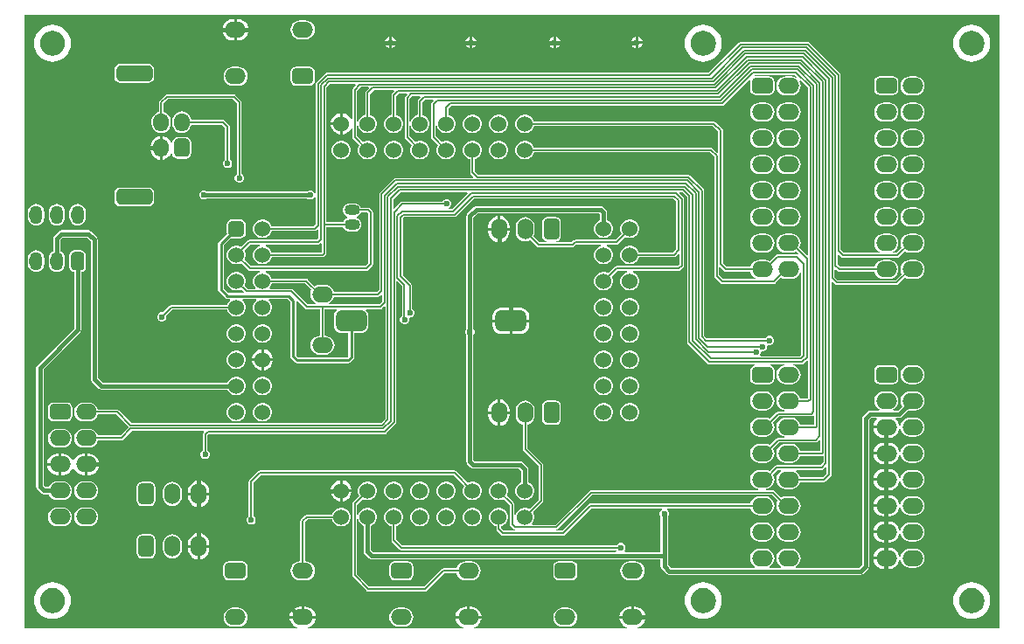
<source format=gbl>
G04*
G04 #@! TF.GenerationSoftware,Altium Limited,Altium Designer,21.6.1 (37)*
G04*
G04 Layer_Physical_Order=2*
G04 Layer_Color=16711680*
%FSTAX24Y24*%
%MOIN*%
G70*
G04*
G04 #@! TF.SameCoordinates,B7BCD236-E72C-41E6-AEDC-B20C2DB60F4C*
G04*
G04*
G04 #@! TF.FilePolarity,Positive*
G04*
G01*
G75*
%ADD10C,0.0100*%
%ADD41C,0.0060*%
%ADD42C,0.0150*%
%ADD43O,0.0600X0.0400*%
%ADD44C,0.0600*%
G04:AMPARAMS|DCode=45|XSize=60mil|YSize=60mil|CornerRadius=15mil|HoleSize=0mil|Usage=FLASHONLY|Rotation=90.000|XOffset=0mil|YOffset=0mil|HoleType=Round|Shape=RoundedRectangle|*
%AMROUNDEDRECTD45*
21,1,0.0600,0.0300,0,0,90.0*
21,1,0.0300,0.0600,0,0,90.0*
1,1,0.0300,0.0150,0.0150*
1,1,0.0300,0.0150,-0.0150*
1,1,0.0300,-0.0150,-0.0150*
1,1,0.0300,-0.0150,0.0150*
%
%ADD45ROUNDEDRECTD45*%
%ADD46O,0.0800X0.0600*%
G04:AMPARAMS|DCode=47|XSize=60mil|YSize=80mil|CornerRadius=15mil|HoleSize=0mil|Usage=FLASHONLY|Rotation=90.000|XOffset=0mil|YOffset=0mil|HoleType=Round|Shape=RoundedRectangle|*
%AMROUNDEDRECTD47*
21,1,0.0600,0.0500,0,0,90.0*
21,1,0.0300,0.0800,0,0,90.0*
1,1,0.0300,0.0250,0.0150*
1,1,0.0300,0.0250,-0.0150*
1,1,0.0300,-0.0250,-0.0150*
1,1,0.0300,-0.0250,0.0150*
%
%ADD47ROUNDEDRECTD47*%
G04:AMPARAMS|DCode=48|XSize=70mil|YSize=60mil|CornerRadius=15mil|HoleSize=0mil|Usage=FLASHONLY|Rotation=90.000|XOffset=0mil|YOffset=0mil|HoleType=Round|Shape=RoundedRectangle|*
%AMROUNDEDRECTD48*
21,1,0.0700,0.0300,0,0,90.0*
21,1,0.0400,0.0600,0,0,90.0*
1,1,0.0300,0.0150,0.0200*
1,1,0.0300,0.0150,-0.0200*
1,1,0.0300,-0.0150,-0.0200*
1,1,0.0300,-0.0150,0.0200*
%
%ADD48ROUNDEDRECTD48*%
%ADD49O,0.0600X0.0700*%
G04:AMPARAMS|DCode=50|XSize=60mil|YSize=137.8mil|CornerRadius=15mil|HoleSize=0mil|Usage=FLASHONLY|Rotation=90.000|XOffset=0mil|YOffset=0mil|HoleType=Round|Shape=RoundedRectangle|*
%AMROUNDEDRECTD50*
21,1,0.0600,0.1078,0,0,90.0*
21,1,0.0300,0.1378,0,0,90.0*
1,1,0.0300,0.0539,0.0150*
1,1,0.0300,0.0539,-0.0150*
1,1,0.0300,-0.0539,-0.0150*
1,1,0.0300,-0.0539,0.0150*
%
%ADD50ROUNDEDRECTD50*%
%ADD51O,0.0800X0.0600*%
G04:AMPARAMS|DCode=52|XSize=80mil|YSize=60mil|CornerRadius=15mil|HoleSize=0mil|Usage=FLASHONLY|Rotation=180.000|XOffset=0mil|YOffset=0mil|HoleType=Round|Shape=RoundedRectangle|*
%AMROUNDEDRECTD52*
21,1,0.0800,0.0300,0,0,180.0*
21,1,0.0500,0.0600,0,0,180.0*
1,1,0.0300,-0.0250,0.0150*
1,1,0.0300,0.0250,0.0150*
1,1,0.0300,0.0250,-0.0150*
1,1,0.0300,-0.0250,-0.0150*
%
%ADD52ROUNDEDRECTD52*%
%ADD53O,0.0500X0.0700*%
G04:AMPARAMS|DCode=54|XSize=50mil|YSize=70mil|CornerRadius=12.5mil|HoleSize=0mil|Usage=FLASHONLY|Rotation=180.000|XOffset=0mil|YOffset=0mil|HoleType=Round|Shape=RoundedRectangle|*
%AMROUNDEDRECTD54*
21,1,0.0500,0.0450,0,0,180.0*
21,1,0.0250,0.0700,0,0,180.0*
1,1,0.0250,-0.0125,0.0225*
1,1,0.0250,0.0125,0.0225*
1,1,0.0250,0.0125,-0.0225*
1,1,0.0250,-0.0125,-0.0225*
%
%ADD54ROUNDEDRECTD54*%
%ADD55O,0.0600X0.0800*%
G04:AMPARAMS|DCode=56|XSize=80mil|YSize=60mil|CornerRadius=15mil|HoleSize=0mil|Usage=FLASHONLY|Rotation=270.000|XOffset=0mil|YOffset=0mil|HoleType=Round|Shape=RoundedRectangle|*
%AMROUNDEDRECTD56*
21,1,0.0800,0.0300,0,0,270.0*
21,1,0.0500,0.0600,0,0,270.0*
1,1,0.0300,-0.0150,-0.0250*
1,1,0.0300,-0.0150,0.0250*
1,1,0.0300,0.0150,0.0250*
1,1,0.0300,0.0150,-0.0250*
%
%ADD56ROUNDEDRECTD56*%
%ADD57C,0.0236*%
G04:AMPARAMS|DCode=58|XSize=78.7mil|YSize=118.1mil|CornerRadius=19.7mil|HoleSize=0mil|Usage=FLASHONLY|Rotation=90.000|XOffset=0mil|YOffset=0mil|HoleType=Round|Shape=RoundedRectangle|*
%AMROUNDEDRECTD58*
21,1,0.0787,0.0787,0,0,90.0*
21,1,0.0394,0.1181,0,0,90.0*
1,1,0.0394,0.0394,0.0197*
1,1,0.0394,0.0394,-0.0197*
1,1,0.0394,-0.0394,-0.0197*
1,1,0.0394,-0.0394,0.0197*
%
%ADD58ROUNDEDRECTD58*%
G36*
X03734Y000161D02*
X023555D01*
X023544Y000209D01*
X023642Y000249D01*
X023725Y000313D01*
X023789Y000397D01*
X02383Y000494D01*
X023837Y000548D01*
X022843D01*
X02285Y000494D01*
X022891Y000397D01*
X022955Y000313D01*
X023038Y000249D01*
X023136Y000209D01*
X023125Y000161D01*
X017305D01*
X017294Y000209D01*
X017392Y000249D01*
X017475Y000313D01*
X017539Y000397D01*
X01758Y000494D01*
X017587Y000548D01*
X016593D01*
X0166Y000494D01*
X016641Y000397D01*
X016705Y000313D01*
X016788Y000249D01*
X016886Y000209D01*
X016875Y000161D01*
X010984D01*
X010974Y000209D01*
X011071Y000249D01*
X011155Y000313D01*
X011219Y000397D01*
X011259Y000494D01*
X011267Y000548D01*
X010273D01*
X01028Y000494D01*
X01032Y000397D01*
X010384Y000313D01*
X010468Y000249D01*
X010565Y000209D01*
X010555Y000161D01*
X000161D01*
Y023561D01*
X03734D01*
Y000161D01*
D02*
G37*
%LPC*%
G36*
X008311Y023412D02*
X008261D01*
Y023059D01*
X008708D01*
X0087Y023113D01*
X00866Y02321D01*
X008596Y023294D01*
X008512Y023358D01*
X008415Y023398D01*
X008311Y023412D01*
D02*
G37*
G36*
X008161D02*
X008111D01*
X008006Y023398D01*
X007909Y023358D01*
X007825Y023294D01*
X007761Y02321D01*
X007721Y023113D01*
X007714Y023059D01*
X008161D01*
Y023412D01*
D02*
G37*
G36*
X01087Y023371D02*
X01067D01*
X010576Y023358D01*
X010489Y023322D01*
X010414Y023265D01*
X010356Y02319D01*
X01032Y023102D01*
X010308Y023009D01*
X01032Y022915D01*
X010356Y022828D01*
X010414Y022753D01*
X010489Y022695D01*
X010576Y022659D01*
X01067Y022647D01*
X01087D01*
X010963Y022659D01*
X011051Y022695D01*
X011126Y022753D01*
X011183Y022828D01*
X011219Y022915D01*
X011232Y023009D01*
X011219Y023102D01*
X011183Y02319D01*
X011126Y023265D01*
X011051Y023322D01*
X010963Y023358D01*
X01087Y023371D01*
D02*
G37*
G36*
X008708Y022959D02*
X008261D01*
Y022605D01*
X008311D01*
X008415Y022619D01*
X008512Y022659D01*
X008596Y022723D01*
X00866Y022807D01*
X0087Y022904D01*
X008708Y022959D01*
D02*
G37*
G36*
X008161D02*
X007714D01*
X007721Y022904D01*
X007761Y022807D01*
X007825Y022723D01*
X007909Y022659D01*
X008006Y022619D01*
X008111Y022605D01*
X008161D01*
Y022959D01*
D02*
G37*
G36*
X01417Y022738D02*
Y022573D01*
X014336D01*
X014305Y022646D01*
X014244Y022708D01*
X01417Y022738D01*
D02*
G37*
G36*
X01407D02*
X013997Y022708D01*
X013935Y022646D01*
X013905Y022573D01*
X01407D01*
Y022738D01*
D02*
G37*
G36*
X02355Y022728D02*
Y022563D01*
X023716D01*
X023685Y022636D01*
X023624Y022698D01*
X02355Y022728D01*
D02*
G37*
G36*
X02345D02*
X023377Y022698D01*
X023315Y022636D01*
X023285Y022563D01*
X02345D01*
Y022728D01*
D02*
G37*
G36*
X02042D02*
Y022563D01*
X020586D01*
X020555Y022636D01*
X020494Y022698D01*
X02042Y022728D01*
D02*
G37*
G36*
X02032D02*
X020247Y022698D01*
X020185Y022636D01*
X020155Y022563D01*
X02032D01*
Y022728D01*
D02*
G37*
G36*
X01724D02*
Y022563D01*
X017406D01*
X017375Y022636D01*
X017314Y022698D01*
X01724Y022728D01*
D02*
G37*
G36*
X01714D02*
X017067Y022698D01*
X017005Y022636D01*
X016975Y022563D01*
X01714D01*
Y022728D01*
D02*
G37*
G36*
X014336Y022473D02*
X01417D01*
Y022307D01*
X014244Y022338D01*
X014305Y022399D01*
X014336Y022473D01*
D02*
G37*
G36*
X01407D02*
X013905D01*
X013935Y022399D01*
X013997Y022338D01*
X01407Y022307D01*
Y022473D01*
D02*
G37*
G36*
X023716Y022463D02*
X02355D01*
Y022297D01*
X023624Y022328D01*
X023685Y022389D01*
X023716Y022463D01*
D02*
G37*
G36*
X02345D02*
X023285D01*
X023315Y022389D01*
X023377Y022328D01*
X02345Y022297D01*
Y022463D01*
D02*
G37*
G36*
X020586D02*
X02042D01*
Y022297D01*
X020494Y022328D01*
X020555Y022389D01*
X020586Y022463D01*
D02*
G37*
G36*
X02032D02*
X020155D01*
X020185Y022389D01*
X020247Y022328D01*
X02032Y022297D01*
Y022463D01*
D02*
G37*
G36*
X017406D02*
X01724D01*
Y022297D01*
X017314Y022328D01*
X017375Y022389D01*
X017406Y022463D01*
D02*
G37*
G36*
X01714D02*
X016975D01*
X017005Y022389D01*
X017067Y022328D01*
X01714Y022297D01*
Y022463D01*
D02*
G37*
G36*
X03627Y023194D02*
X036133Y02318D01*
X036001Y02314D01*
X03588Y023075D01*
X035773Y022988D01*
X035686Y022882D01*
X035621Y02276D01*
X035581Y022628D01*
X035567Y022491D01*
X035581Y022354D01*
X035621Y022222D01*
X035686Y0221D01*
X035773Y021994D01*
X03588Y021906D01*
X036001Y021841D01*
X036133Y021801D01*
X03627Y021788D01*
X036408Y021801D01*
X036539Y021841D01*
X036661Y021906D01*
X036768Y021994D01*
X036855Y0221D01*
X03692Y022222D01*
X03696Y022354D01*
X036973Y022491D01*
X03696Y022628D01*
X03692Y02276D01*
X036855Y022882D01*
X036768Y022988D01*
X036661Y023075D01*
X036539Y02314D01*
X036408Y02318D01*
X03627Y023194D01*
D02*
G37*
G36*
X026034D02*
X025897Y02318D01*
X025765Y02314D01*
X025644Y023075D01*
X025537Y022988D01*
X02545Y022882D01*
X025385Y02276D01*
X025345Y022628D01*
X025331Y022491D01*
X025345Y022354D01*
X025385Y022222D01*
X02545Y0221D01*
X025537Y021994D01*
X025644Y021906D01*
X025765Y021841D01*
X025897Y021801D01*
X026034Y021788D01*
X026171Y021801D01*
X026303Y021841D01*
X026425Y021906D01*
X026531Y021994D01*
X026619Y0221D01*
X026684Y022222D01*
X026724Y022354D01*
X026737Y022491D01*
X026724Y022628D01*
X026684Y02276D01*
X026619Y022882D01*
X026531Y022988D01*
X026425Y023075D01*
X026303Y02314D01*
X026171Y02318D01*
X026034Y023194D01*
D02*
G37*
G36*
X001231D02*
X001094Y02318D01*
X000962Y02314D01*
X000841Y023075D01*
X000734Y022988D01*
X000647Y022882D01*
X000582Y02276D01*
X000542Y022628D01*
X000528Y022491D01*
X000542Y022354D01*
X000582Y022222D01*
X000647Y0221D01*
X000734Y021994D01*
X000841Y021906D01*
X000962Y021841D01*
X001094Y021801D01*
X001231Y021788D01*
X001368Y021801D01*
X0015Y021841D01*
X001622Y021906D01*
X001728Y021994D01*
X001816Y0221D01*
X001881Y022222D01*
X001921Y022354D01*
X001934Y022491D01*
X001921Y022628D01*
X001881Y02276D01*
X001816Y022882D01*
X001728Y022988D01*
X001622Y023075D01*
X0015Y02314D01*
X001368Y02318D01*
X001231Y023194D01*
D02*
G37*
G36*
X004889Y021716D02*
X003811D01*
X00373Y0217D01*
X00366Y021654D01*
X003614Y021584D01*
X003598Y021503D01*
Y021203D01*
X003614Y021121D01*
X00366Y021052D01*
X00373Y021006D01*
X003811Y02099D01*
X004889D01*
X004971Y021006D01*
X00504Y021052D01*
X005086Y021121D01*
X005102Y021203D01*
Y021503D01*
X005086Y021584D01*
X00504Y021654D01*
X004971Y0217D01*
X004889Y021716D01*
D02*
G37*
G36*
X008311Y021599D02*
X008111D01*
X008017Y021587D01*
X00793Y021551D01*
X007855Y021493D01*
X007797Y021418D01*
X007761Y021331D01*
X007748Y021237D01*
X007761Y021143D01*
X007797Y021056D01*
X007855Y020981D01*
X00793Y020923D01*
X008017Y020887D01*
X008111Y020875D01*
X008311D01*
X008404Y020887D01*
X008492Y020923D01*
X008567Y020981D01*
X008624Y021056D01*
X00866Y021143D01*
X008673Y021237D01*
X00866Y021331D01*
X008624Y021418D01*
X008567Y021493D01*
X008492Y021551D01*
X008404Y021587D01*
X008311Y021599D01*
D02*
G37*
G36*
X01102Y0216D02*
X01052D01*
X010438Y021584D01*
X010369Y021538D01*
X010323Y021469D01*
X010307Y021387D01*
Y021087D01*
X010323Y021005D01*
X010369Y020936D01*
X010438Y02089D01*
X01052Y020874D01*
X01102D01*
X011101Y02089D01*
X01117Y020936D01*
X011217Y021005D01*
X011233Y021087D01*
Y021387D01*
X011217Y021469D01*
X01117Y021538D01*
X011101Y021584D01*
X01102Y0216D01*
D02*
G37*
G36*
X034115Y021235D02*
X033915D01*
X033821Y021223D01*
X033733Y021186D01*
X033658Y021129D01*
X033601Y021054D01*
X033565Y020967D01*
X033552Y020873D01*
X033565Y020779D01*
X033601Y020692D01*
X033658Y020617D01*
X033733Y020559D01*
X033821Y020523D01*
X033915Y020511D01*
X034115D01*
X034208Y020523D01*
X034296Y020559D01*
X034371Y020617D01*
X034428Y020692D01*
X034464Y020779D01*
X034477Y020873D01*
X034464Y020967D01*
X034428Y021054D01*
X034371Y021129D01*
X034296Y021186D01*
X034208Y021223D01*
X034115Y021235D01*
D02*
G37*
G36*
X033265Y021236D02*
X032765D01*
X032683Y02122D01*
X032614Y021174D01*
X032568Y021104D01*
X032551Y021023D01*
Y020723D01*
X032568Y020641D01*
X032614Y020572D01*
X032683Y020526D01*
X032765Y02051D01*
X033265D01*
X033346Y020526D01*
X033415Y020572D01*
X033461Y020641D01*
X033478Y020723D01*
Y021023D01*
X033461Y021104D01*
X033415Y021174D01*
X033346Y02122D01*
X033265Y021236D01*
D02*
G37*
G36*
X034115Y020235D02*
X033915D01*
X033821Y020223D01*
X033733Y020186D01*
X033658Y020129D01*
X033601Y020054D01*
X033565Y019967D01*
X033552Y019873D01*
X033565Y019779D01*
X033601Y019692D01*
X033658Y019617D01*
X033733Y019559D01*
X033821Y019523D01*
X033915Y019511D01*
X034115D01*
X034208Y019523D01*
X034296Y019559D01*
X034371Y019617D01*
X034428Y019692D01*
X034464Y019779D01*
X034477Y019873D01*
X034464Y019967D01*
X034428Y020054D01*
X034371Y020129D01*
X034296Y020186D01*
X034208Y020223D01*
X034115Y020235D01*
D02*
G37*
G36*
X033115D02*
X032915D01*
X032821Y020223D01*
X032733Y020186D01*
X032658Y020129D01*
X032601Y020054D01*
X032565Y019967D01*
X032552Y019873D01*
X032565Y019779D01*
X032601Y019692D01*
X032658Y019617D01*
X032733Y019559D01*
X032821Y019523D01*
X032915Y019511D01*
X033115D01*
X033208Y019523D01*
X033296Y019559D01*
X033371Y019617D01*
X033428Y019692D01*
X033464Y019779D01*
X033477Y019873D01*
X033464Y019967D01*
X033428Y020054D01*
X033371Y020129D01*
X033296Y020186D01*
X033208Y020223D01*
X033115Y020235D01*
D02*
G37*
G36*
X005324Y018945D02*
X005269Y018938D01*
X005172Y018898D01*
X005088Y018834D01*
X005024Y01875D01*
X004984Y018653D01*
X00497Y018549D01*
Y018549D01*
X005324D01*
Y018945D01*
D02*
G37*
G36*
X034115Y019235D02*
X033915D01*
X033821Y019223D01*
X033733Y019186D01*
X033658Y019129D01*
X033601Y019054D01*
X033565Y018967D01*
X033552Y018873D01*
X033565Y018779D01*
X033601Y018692D01*
X033658Y018617D01*
X033733Y018559D01*
X033821Y018523D01*
X033915Y018511D01*
X034115D01*
X034208Y018523D01*
X034296Y018559D01*
X034371Y018617D01*
X034428Y018692D01*
X034464Y018779D01*
X034477Y018873D01*
X034464Y018967D01*
X034428Y019054D01*
X034371Y019129D01*
X034296Y019186D01*
X034208Y019223D01*
X034115Y019235D01*
D02*
G37*
G36*
X033115D02*
X032915D01*
X032821Y019223D01*
X032733Y019186D01*
X032658Y019129D01*
X032601Y019054D01*
X032565Y018967D01*
X032552Y018873D01*
X032565Y018779D01*
X032601Y018692D01*
X032658Y018617D01*
X032733Y018559D01*
X032821Y018523D01*
X032915Y018511D01*
X033115D01*
X033208Y018523D01*
X033296Y018559D01*
X033371Y018617D01*
X033428Y018692D01*
X033464Y018779D01*
X033477Y018873D01*
X033464Y018967D01*
X033428Y019054D01*
X033371Y019129D01*
X033296Y019186D01*
X033208Y019223D01*
X033115Y019235D01*
D02*
G37*
G36*
X005424Y018945D02*
Y018499D01*
Y018052D01*
X005478Y018059D01*
X005576Y018099D01*
X005659Y018163D01*
X005723Y018247D01*
X005748Y018307D01*
X005798Y018299D01*
X005814Y018217D01*
X00586Y018148D01*
X00593Y018102D01*
X006011Y018085D01*
X006311D01*
X006393Y018102D01*
X006462Y018148D01*
X006508Y018217D01*
X006524Y018299D01*
Y018699D01*
X006508Y01878D01*
X006462Y018849D01*
X006393Y018895D01*
X006311Y018912D01*
X006011D01*
X00593Y018895D01*
X00586Y018849D01*
X005814Y01878D01*
X005798Y018699D01*
X005748Y01869D01*
X005723Y01875D01*
X005659Y018834D01*
X005576Y018898D01*
X005478Y018938D01*
X005424Y018945D01*
D02*
G37*
G36*
X005324Y018449D02*
X00497D01*
X004984Y018344D01*
X005024Y018247D01*
X005088Y018163D01*
X005172Y018099D01*
X005269Y018059D01*
X005324Y018052D01*
Y018449D01*
D02*
G37*
G36*
X006161Y019895D02*
X006067Y019883D01*
X00598Y019846D01*
X005905Y019789D01*
X005848Y019714D01*
X005811Y019626D01*
X005799Y019533D01*
Y019433D01*
X005811Y019339D01*
X005848Y019252D01*
X005905Y019177D01*
X00598Y019119D01*
X006067Y019083D01*
X006161Y019071D01*
X006255Y019083D01*
X006342Y019119D01*
X006417Y019177D01*
X006475Y019252D01*
X006511Y019339D01*
X006518Y019392D01*
X007683D01*
X007809Y019265D01*
Y018057D01*
X0078Y018053D01*
X00775Y018003D01*
X007723Y017938D01*
Y017868D01*
X00775Y017802D01*
X0078Y017753D01*
X007865Y017726D01*
X007935D01*
X008001Y017753D01*
X00805Y017802D01*
X008077Y017868D01*
Y017938D01*
X00805Y018003D01*
X008001Y018053D01*
X007991Y018057D01*
Y019303D01*
X007984Y019338D01*
X007964Y019367D01*
X007784Y019547D01*
X007755Y019567D01*
X00772Y019574D01*
X006518D01*
X006511Y019626D01*
X006475Y019714D01*
X006417Y019789D01*
X006342Y019846D01*
X006255Y019883D01*
X006161Y019895D01*
D02*
G37*
G36*
X034115Y018235D02*
X033915D01*
X033821Y018223D01*
X033733Y018186D01*
X033658Y018129D01*
X033601Y018054D01*
X033565Y017967D01*
X033552Y017873D01*
X033565Y017779D01*
X033601Y017692D01*
X033658Y017617D01*
X033733Y017559D01*
X033821Y017523D01*
X033915Y017511D01*
X034115D01*
X034208Y017523D01*
X034296Y017559D01*
X034371Y017617D01*
X034428Y017692D01*
X034464Y017779D01*
X034477Y017873D01*
X034464Y017967D01*
X034428Y018054D01*
X034371Y018129D01*
X034296Y018186D01*
X034208Y018223D01*
X034115Y018235D01*
D02*
G37*
G36*
X033115D02*
X032915D01*
X032821Y018223D01*
X032733Y018186D01*
X032658Y018129D01*
X032601Y018054D01*
X032565Y017967D01*
X032552Y017873D01*
X032565Y017779D01*
X032601Y017692D01*
X032658Y017617D01*
X032733Y017559D01*
X032821Y017523D01*
X032915Y017511D01*
X033115D01*
X033208Y017523D01*
X033296Y017559D01*
X033371Y017617D01*
X033428Y017692D01*
X033464Y017779D01*
X033477Y017873D01*
X033464Y017967D01*
X033428Y018054D01*
X033371Y018129D01*
X033296Y018186D01*
X033208Y018223D01*
X033115Y018235D01*
D02*
G37*
G36*
X00815Y020544D02*
X0056D01*
X005565Y020537D01*
X005536Y020517D01*
X00531Y020291D01*
X00529Y020261D01*
X005283Y020226D01*
Y019883D01*
X00528Y019883D01*
X005193Y019846D01*
X005118Y019789D01*
X00506Y019714D01*
X005024Y019626D01*
X005012Y019533D01*
Y019433D01*
X005024Y019339D01*
X00506Y019252D01*
X005118Y019177D01*
X005193Y019119D01*
X00528Y019083D01*
X005374Y019071D01*
X005468Y019083D01*
X005555Y019119D01*
X00563Y019177D01*
X005687Y019252D01*
X005724Y019339D01*
X005736Y019433D01*
Y019533D01*
X005724Y019626D01*
X005687Y019714D01*
X00563Y019789D01*
X005555Y019846D01*
X005468Y019883D01*
X005465Y019883D01*
Y020189D01*
X005638Y020362D01*
X008113D01*
X008259Y020215D01*
Y017507D01*
X00825Y017503D01*
X0082Y017453D01*
X008173Y017388D01*
Y017318D01*
X0082Y017252D01*
X00825Y017203D01*
X008315Y017176D01*
X008385D01*
X008451Y017203D01*
X0085Y017252D01*
X008527Y017318D01*
Y017388D01*
X0085Y017453D01*
X008451Y017503D01*
X008441Y017507D01*
Y020253D01*
X008434Y020288D01*
X008414Y020317D01*
X008214Y020517D01*
X008185Y020537D01*
X00815Y020544D01*
D02*
G37*
G36*
X03002Y022544D02*
X02745D01*
X027415Y022537D01*
X027386Y022517D01*
X026234Y021365D01*
X011682D01*
X011647Y021358D01*
X011617Y021339D01*
X011286Y021007D01*
X011266Y020978D01*
X011259Y020943D01*
Y016791D01*
X011209Y016781D01*
X0112Y016803D01*
X011151Y016853D01*
X011085Y01688D01*
X011015D01*
X01095Y016853D01*
X010936Y01684D01*
X007114D01*
X007101Y016853D01*
X007035Y01688D01*
X006965D01*
X0069Y016853D01*
X00685Y016803D01*
X006823Y016738D01*
Y016668D01*
X00685Y016602D01*
X0069Y016553D01*
X006965Y016526D01*
X007035D01*
X007101Y016553D01*
X007114Y016566D01*
X010936D01*
X01095Y016553D01*
X011015Y016526D01*
X011085D01*
X011151Y016553D01*
X0112Y016602D01*
X011209Y016624D01*
X011259Y016614D01*
Y01559D01*
X01118Y015511D01*
X009587D01*
X009575Y015559D01*
X009527Y01564D01*
X00946Y015707D01*
X009379Y015755D01*
X009287Y015779D01*
X009193D01*
X009101Y015755D01*
X009019Y015707D01*
X008953Y01564D01*
X008905Y015559D01*
X008881Y015467D01*
Y015373D01*
X008905Y015281D01*
X008953Y015199D01*
X009019Y015133D01*
X009101Y015085D01*
X009193Y015061D01*
X009287D01*
X009379Y015085D01*
X00946Y015133D01*
X009527Y015199D01*
X009575Y015281D01*
X009587Y015329D01*
X011217D01*
X011252Y015336D01*
X011281Y015356D01*
X011332Y015406D01*
X011378Y015387D01*
Y015059D01*
X011313Y014994D01*
X008723D01*
X008688Y014987D01*
X008659Y014967D01*
X008421Y01473D01*
X008379Y014755D01*
X008287Y014779D01*
X008193D01*
X008101Y014755D01*
X00802Y014707D01*
X007953Y01464D01*
X007905Y014559D01*
X007881Y014467D01*
Y014373D01*
X007905Y014281D01*
X007953Y0142D01*
X00802Y014133D01*
X008101Y014085D01*
X008193Y014061D01*
X008287D01*
X008379Y014085D01*
X008421Y01411D01*
X008693Y013839D01*
X008722Y013819D01*
X008757Y013812D01*
X009123D01*
X009129Y013762D01*
X009101Y013755D01*
X00902Y013707D01*
X008953Y01364D01*
X008905Y013559D01*
X008881Y013467D01*
Y013373D01*
X008905Y013281D01*
X008953Y0132D01*
X00898Y013172D01*
X00896Y013122D01*
X008667D01*
X00855Y013239D01*
X008575Y013281D01*
X008599Y013373D01*
Y013467D01*
X008575Y013559D01*
X008527Y01364D01*
X00846Y013707D01*
X008379Y013755D01*
X008287Y013779D01*
X008193D01*
X008101Y013755D01*
X00802Y013707D01*
X007953Y01364D01*
X007905Y013559D01*
X007881Y013467D01*
Y013373D01*
X007905Y013281D01*
X007953Y0132D01*
X00802Y013133D01*
X008101Y013085D01*
X008193Y013061D01*
X008287D01*
X008379Y013085D01*
X008421Y01311D01*
X008518Y013014D01*
X008497Y012964D01*
X007946D01*
X007761Y013149D01*
Y014784D01*
X008043Y015066D01*
X00809Y015057D01*
X00839D01*
X008472Y015073D01*
X008541Y015119D01*
X008587Y015188D01*
X008603Y01527D01*
Y01557D01*
X008587Y015652D01*
X008541Y015721D01*
X008472Y015767D01*
X00839Y015783D01*
X00809D01*
X008008Y015767D01*
X007939Y015721D01*
X007893Y015652D01*
X007877Y01557D01*
Y01527D01*
X007886Y015223D01*
X007572Y014909D01*
X007547Y014873D01*
X007539Y01483D01*
X007539Y01483D01*
Y013103D01*
X007539Y013103D01*
X007547Y01306D01*
X007572Y013024D01*
X007822Y012774D01*
X007822Y012774D01*
X007858Y01275D01*
X0079Y012742D01*
X007983D01*
X008004Y012692D01*
X007953Y01264D01*
X007905Y012559D01*
X007893Y012511D01*
X005767D01*
X005733Y012504D01*
X005703Y012484D01*
X005445Y012226D01*
X005435Y01223D01*
X005365D01*
X0053Y012203D01*
X00525Y012153D01*
X005223Y012088D01*
Y012018D01*
X00525Y011952D01*
X0053Y011903D01*
X005365Y011876D01*
X005435D01*
X005501Y011903D01*
X00555Y011952D01*
X005577Y012018D01*
Y012088D01*
X005573Y012098D01*
X005805Y012329D01*
X007893D01*
X007905Y012281D01*
X007953Y0122D01*
X00802Y012133D01*
X008101Y012085D01*
X008193Y012061D01*
X008287D01*
X008379Y012085D01*
X00846Y012133D01*
X008527Y0122D01*
X008575Y012281D01*
X008599Y012373D01*
Y012467D01*
X008575Y012559D01*
X008527Y01264D01*
X008476Y012692D01*
X008497Y012742D01*
X008983D01*
X009004Y012692D01*
X008953Y01264D01*
X008905Y012559D01*
X008881Y012467D01*
Y012373D01*
X008905Y012281D01*
X008953Y0122D01*
X00902Y012133D01*
X009101Y012085D01*
X009193Y012061D01*
X009287D01*
X009379Y012085D01*
X00946Y012133D01*
X009527Y0122D01*
X009575Y012281D01*
X009599Y012373D01*
Y012467D01*
X009575Y012559D01*
X009527Y01264D01*
X009476Y012692D01*
X009497Y012742D01*
X010194D01*
X010299Y012637D01*
Y010543D01*
X010299Y010543D01*
X010307Y0105D01*
X010332Y010464D01*
X010472Y010324D01*
X010508Y0103D01*
X01055Y010292D01*
X01055Y010292D01*
X01251D01*
X01251Y010292D01*
X012553Y0103D01*
X012589Y010324D01*
X012699Y010434D01*
X012699Y010434D01*
X012723Y01047D01*
X012731Y010513D01*
X012731Y010513D01*
Y011448D01*
X013014D01*
X01308Y011457D01*
X013143Y011482D01*
X013196Y011523D01*
X013237Y011577D01*
X013263Y011639D01*
X013272Y011706D01*
Y0121D01*
X013263Y012167D01*
X013237Y012229D01*
X013196Y012282D01*
X01317Y012302D01*
X013187Y012352D01*
X013723D01*
X013758Y012359D01*
X013787Y012379D01*
X013875Y012466D01*
X013921Y012447D01*
Y008172D01*
X013753Y008004D01*
X004248D01*
X003759Y008492D01*
X00373Y008512D01*
X003695Y008519D01*
X002969D01*
X002968Y008522D01*
X002932Y008609D01*
X002875Y008684D01*
X0028Y008742D01*
X002712Y008778D01*
X002618Y00879D01*
X002418D01*
X002325Y008778D01*
X002237Y008742D01*
X002162Y008684D01*
X002105Y008609D01*
X002069Y008522D01*
X002056Y008428D01*
X002069Y008334D01*
X002105Y008247D01*
X002162Y008172D01*
X002237Y008114D01*
X002325Y008078D01*
X002418Y008066D01*
X002618D01*
X002712Y008078D01*
X0028Y008114D01*
X002875Y008172D01*
X002932Y008247D01*
X002968Y008334D01*
X002969Y008337D01*
X003657D01*
X004142Y007853D01*
X003823Y007534D01*
X002963D01*
X002932Y007609D01*
X002875Y007684D01*
X0028Y007742D01*
X002712Y007778D01*
X002619Y00779D01*
X002419D01*
X002325Y007778D01*
X002237Y007742D01*
X002162Y007684D01*
X002105Y007609D01*
X002069Y007522D01*
X002056Y007428D01*
X002069Y007334D01*
X002105Y007247D01*
X002162Y007172D01*
X002237Y007114D01*
X002325Y007078D01*
X002419Y007066D01*
X002619D01*
X002712Y007078D01*
X0028Y007114D01*
X002875Y007172D01*
X002932Y007247D01*
X002968Y007334D01*
X002971Y007352D01*
X00386D01*
X003895Y007359D01*
X003924Y007379D01*
X004249Y007703D01*
X006985D01*
X007004Y007657D01*
X006986Y007639D01*
X006966Y007609D01*
X006959Y007575D01*
Y006957D01*
X00695Y006953D01*
X0069Y006903D01*
X006873Y006838D01*
Y006768D01*
X0069Y006702D01*
X00695Y006653D01*
X007015Y006626D01*
X007085D01*
X007151Y006653D01*
X0072Y006702D01*
X007227Y006768D01*
Y006838D01*
X0072Y006903D01*
X007151Y006953D01*
X007141Y006957D01*
Y007537D01*
X007188Y007584D01*
X013889D01*
X013924Y007591D01*
X013953Y007611D01*
X014314Y007972D01*
X014334Y008001D01*
X014341Y008036D01*
Y013399D01*
X014387Y013418D01*
X014552Y013253D01*
Y012104D01*
X01455Y012103D01*
X0145Y012053D01*
X014473Y011988D01*
Y011918D01*
X0145Y011852D01*
X01455Y011803D01*
X014615Y011776D01*
X014685D01*
X014751Y011803D01*
X0148Y011852D01*
X014827Y011918D01*
Y011988D01*
X014866Y012026D01*
X014885D01*
X014951Y012053D01*
X015Y012102D01*
X015027Y012168D01*
Y012238D01*
X015Y012303D01*
X014951Y012353D01*
X014941Y012357D01*
Y013253D01*
X014934Y013288D01*
X014914Y013317D01*
X014591Y01364D01*
Y015815D01*
X014638Y015862D01*
X01655D01*
X016585Y015869D01*
X016614Y015889D01*
X017288Y016562D01*
X024903Y016562D01*
X025009Y016456D01*
Y01464D01*
X02488Y014511D01*
X023587D01*
X023575Y014559D01*
X023527Y01464D01*
X02346Y014707D01*
X023379Y014755D01*
X023287Y014779D01*
X023193D01*
X023101Y014755D01*
X023019Y014707D01*
X022953Y01464D01*
X022905Y014559D01*
X022881Y014467D01*
Y014373D01*
X022905Y014281D01*
X022953Y014199D01*
X023019Y014133D01*
X023101Y014085D01*
X023193Y014061D01*
X023287D01*
X023379Y014085D01*
X02346Y014133D01*
X023527Y014199D01*
X023575Y014281D01*
X023587Y014329D01*
X024917D01*
X024952Y014336D01*
X024981Y014356D01*
X025082Y014456D01*
X025128Y014437D01*
Y014059D01*
X025063Y013994D01*
X022723D01*
X022688Y013987D01*
X022659Y013967D01*
X022421Y01373D01*
X022379Y013755D01*
X022287Y013779D01*
X022193D01*
X022101Y013755D01*
X02202Y013707D01*
X021953Y01364D01*
X021905Y013559D01*
X021881Y013467D01*
Y013373D01*
X021905Y013281D01*
X021953Y013199D01*
X02202Y013133D01*
X022101Y013085D01*
X022193Y013061D01*
X022287D01*
X022379Y013085D01*
X02246Y013133D01*
X022527Y013199D01*
X022575Y013281D01*
X022599Y013373D01*
Y013467D01*
X022575Y013559D01*
X02255Y013601D01*
X02276Y013812D01*
X023123D01*
X023129Y013762D01*
X023101Y013755D01*
X023019Y013707D01*
X022953Y01364D01*
X022905Y013559D01*
X022881Y013467D01*
Y013373D01*
X022905Y013281D01*
X022953Y013199D01*
X023019Y013133D01*
X023101Y013085D01*
X023193Y013061D01*
X023287D01*
X023379Y013085D01*
X02346Y013133D01*
X023527Y013199D01*
X023575Y013281D01*
X023599Y013373D01*
Y013467D01*
X023575Y013559D01*
X023527Y01364D01*
X02346Y013707D01*
X023379Y013755D01*
X023351Y013762D01*
X023357Y013812D01*
X0251D01*
X025135Y013819D01*
X025164Y013839D01*
X025283Y013958D01*
X025303Y013987D01*
X02531Y014022D01*
Y016542D01*
X025303Y016577D01*
X025283Y016607D01*
X025124Y016766D01*
X025143Y016812D01*
X025243D01*
X025419Y016635D01*
Y011099D01*
X025426Y011065D01*
X025446Y011035D01*
X026202Y010279D01*
X026232Y010259D01*
X026267Y010252D01*
X027983D01*
X027988Y010202D01*
X027959Y010196D01*
X027889Y01015D01*
X027843Y010081D01*
X027827Y009999D01*
Y009699D01*
X027843Y009618D01*
X027889Y009548D01*
X027959Y009502D01*
X02804Y009486D01*
X02854D01*
X028622Y009502D01*
X028691Y009548D01*
X028737Y009618D01*
X028753Y009699D01*
Y009999D01*
X028737Y010081D01*
X028691Y01015D01*
X028622Y010196D01*
X028592Y010202D01*
X028597Y010252D01*
X029116D01*
X029119Y010202D01*
X029096Y010199D01*
X029009Y010163D01*
X028934Y010105D01*
X028877Y01003D01*
X02884Y009943D01*
X028828Y009849D01*
X02884Y009755D01*
X028877Y009668D01*
X028934Y009593D01*
X029009Y009536D01*
X029096Y009499D01*
X02919Y009487D01*
X02939D01*
X029484Y009499D01*
X029571Y009536D01*
X029646Y009593D01*
X029704Y009668D01*
X02974Y009755D01*
X029752Y009849D01*
X02974Y009943D01*
X029704Y01003D01*
X029646Y010105D01*
X029571Y010163D01*
X029484Y010199D01*
X029461Y010202D01*
X029464Y010252D01*
X029809D01*
X029843Y010259D01*
X029873Y010279D01*
X029982Y010388D01*
X030028Y010368D01*
Y008959D01*
X030009Y00894D01*
X02974D01*
X02974Y008943D01*
X029704Y00903D01*
X029646Y009105D01*
X029571Y009163D01*
X029484Y009199D01*
X02939Y009211D01*
X02919D01*
X029096Y009199D01*
X029009Y009163D01*
X028934Y009105D01*
X028877Y00903D01*
X02884Y008943D01*
X028828Y008849D01*
X02884Y008755D01*
X028877Y008668D01*
X028934Y008593D01*
X029009Y008536D01*
X029096Y008499D01*
X02914Y008494D01*
X029137Y008444D01*
X028894D01*
X028859Y008437D01*
X02883Y008417D01*
X028574Y008161D01*
X028571Y008163D01*
X028484Y008199D01*
X02839Y008211D01*
X02819D01*
X028096Y008199D01*
X028009Y008163D01*
X027934Y008105D01*
X027877Y00803D01*
X02784Y007943D01*
X027828Y007849D01*
X02784Y007755D01*
X027877Y007668D01*
X027934Y007593D01*
X028009Y007536D01*
X028096Y007499D01*
X02819Y007487D01*
X02839D01*
X028484Y007499D01*
X028571Y007536D01*
X028646Y007593D01*
X028704Y007668D01*
X02874Y007755D01*
X028752Y007849D01*
X02874Y007943D01*
X028704Y00803D01*
X028702Y008033D01*
X028931Y008262D01*
X03015D01*
X030185Y008269D01*
X030214Y008289D01*
X03022Y008294D01*
X030266Y008275D01*
Y00794D01*
X02974D01*
X02974Y007943D01*
X029704Y00803D01*
X029646Y008105D01*
X029571Y008163D01*
X029484Y008199D01*
X02939Y008211D01*
X02919D01*
X029096Y008199D01*
X029009Y008163D01*
X028934Y008105D01*
X028877Y00803D01*
X02884Y007943D01*
X028828Y007849D01*
X02884Y007755D01*
X028877Y007668D01*
X028934Y007593D01*
X029009Y007536D01*
X029096Y007499D01*
X02914Y007494D01*
X029137Y007444D01*
X028894D01*
X028859Y007437D01*
X02883Y007417D01*
X028574Y007161D01*
X028571Y007163D01*
X028484Y007199D01*
X02839Y007211D01*
X02819D01*
X028096Y007199D01*
X028009Y007163D01*
X027934Y007105D01*
X027877Y00703D01*
X02784Y006943D01*
X027828Y006849D01*
X02784Y006755D01*
X027877Y006668D01*
X027934Y006593D01*
X028009Y006536D01*
X028096Y006499D01*
X02819Y006487D01*
X02839D01*
X028484Y006499D01*
X028571Y006536D01*
X028646Y006593D01*
X028704Y006668D01*
X02874Y006755D01*
X028752Y006849D01*
X02874Y006943D01*
X028704Y00703D01*
X028702Y007033D01*
X028931Y007262D01*
X030319D01*
X030353Y007269D01*
X030383Y007289D01*
X030458Y007364D01*
X030504Y007345D01*
Y00694D01*
X02974D01*
X02974Y006943D01*
X029704Y00703D01*
X029646Y007105D01*
X029571Y007163D01*
X029484Y007199D01*
X02939Y007211D01*
X02919D01*
X029096Y007199D01*
X029009Y007163D01*
X028934Y007105D01*
X028877Y00703D01*
X02884Y006943D01*
X028828Y006849D01*
X02884Y006755D01*
X028877Y006668D01*
X028934Y006593D01*
X029009Y006536D01*
X029096Y006499D01*
X02919Y006487D01*
X02939D01*
X029484Y006499D01*
X029571Y006536D01*
X029646Y006593D01*
X029704Y006668D01*
X02974Y006755D01*
X02974Y006758D01*
X03056D01*
X030573Y006761D01*
X030623Y006729D01*
Y006504D01*
X030513Y006394D01*
X028844D01*
X028809Y006387D01*
X02878Y006367D01*
X028574Y006161D01*
X028571Y006163D01*
X028484Y006199D01*
X02839Y006211D01*
X02819D01*
X028096Y006199D01*
X028009Y006163D01*
X027934Y006105D01*
X027877Y00603D01*
X02784Y005943D01*
X027828Y005849D01*
X02784Y005755D01*
X027877Y005668D01*
X027934Y005593D01*
X028009Y005536D01*
X028096Y005499D01*
X02814Y005494D01*
X028137Y005444D01*
X02175D01*
X021715Y005437D01*
X021686Y005417D01*
X020391Y004122D01*
X01952D01*
X019499Y004172D01*
X019527Y0042D01*
X019575Y004281D01*
X019599Y004373D01*
Y004467D01*
X019575Y004559D01*
X01955Y004601D01*
X019914Y004966D01*
X019934Y004995D01*
X019941Y00503D01*
Y006403D01*
X019934Y006438D01*
X019914Y006467D01*
X019341Y00704D01*
Y007953D01*
X019344Y007953D01*
X019431Y007989D01*
X019506Y008047D01*
X019564Y008122D01*
X0196Y008209D01*
X019612Y008303D01*
Y008503D01*
X0196Y008597D01*
X019564Y008684D01*
X019506Y008759D01*
X019431Y008816D01*
X019344Y008853D01*
X01925Y008865D01*
X019156Y008853D01*
X019069Y008816D01*
X018994Y008759D01*
X018937Y008684D01*
X0189Y008597D01*
X018888Y008503D01*
Y008303D01*
X0189Y008209D01*
X018937Y008122D01*
X018994Y008047D01*
X019069Y007989D01*
X019156Y007953D01*
X019159Y007953D01*
Y007003D01*
X019166Y006968D01*
X019186Y006939D01*
X019759Y006365D01*
Y005068D01*
X019421Y00473D01*
X019379Y004755D01*
X019287Y004779D01*
X019193D01*
X019101Y004755D01*
X019019Y004707D01*
X018953Y00464D01*
X018905Y004559D01*
X018891Y004505D01*
X018841Y004511D01*
Y00491D01*
X018834Y004945D01*
X018814Y004974D01*
X01855Y005239D01*
X018575Y005281D01*
X018599Y005373D01*
Y005467D01*
X018575Y005559D01*
X018527Y00564D01*
X01846Y005707D01*
X018379Y005755D01*
X018287Y005779D01*
X018193D01*
X018101Y005755D01*
X018019Y005707D01*
X017953Y00564D01*
X017905Y005559D01*
X017881Y005467D01*
Y005373D01*
X017905Y005281D01*
X017953Y0052D01*
X018019Y005133D01*
X018101Y005085D01*
X018193Y005061D01*
X018287D01*
X018379Y005085D01*
X018421Y00511D01*
X018659Y004872D01*
Y004153D01*
X018666Y004118D01*
X018686Y004089D01*
X018808Y003967D01*
X018837Y003947D01*
X018855Y003944D01*
X01885Y003894D01*
X018438D01*
X018331Y004001D01*
Y004073D01*
X018379Y004085D01*
X01846Y004133D01*
X018527Y0042D01*
X018575Y004281D01*
X018599Y004373D01*
Y004467D01*
X018575Y004559D01*
X018527Y00464D01*
X01846Y004707D01*
X018379Y004755D01*
X018287Y004779D01*
X018193D01*
X018101Y004755D01*
X018019Y004707D01*
X017953Y00464D01*
X017905Y004559D01*
X017881Y004467D01*
Y004373D01*
X017905Y004281D01*
X017953Y0042D01*
X018019Y004133D01*
X018101Y004085D01*
X018149Y004073D01*
Y003963D01*
X018156Y003928D01*
X018176Y003899D01*
X018336Y003739D01*
X018365Y003719D01*
X0184Y003712D01*
X0207D01*
X020735Y003719D01*
X020764Y003739D01*
X021784Y004758D01*
X024453D01*
X024463Y004708D01*
X02445Y004703D01*
X0244Y004653D01*
X024373Y004588D01*
Y004518D01*
X0244Y004452D01*
X024413Y004439D01*
Y003087D01*
X023058D01*
X023037Y003137D01*
X02305Y00315D01*
X023077Y003215D01*
Y003285D01*
X02305Y00335D01*
X023Y0034D01*
X022935Y003427D01*
X022865D01*
X0228Y0034D01*
X02275Y00335D01*
X022746Y003341D01*
X014563D01*
X014331Y003573D01*
Y004073D01*
X014379Y004085D01*
X01446Y004133D01*
X014527Y0042D01*
X014575Y004281D01*
X014599Y004373D01*
Y004467D01*
X014575Y004559D01*
X014527Y00464D01*
X01446Y004707D01*
X014379Y004755D01*
X014287Y004779D01*
X014193D01*
X014101Y004755D01*
X014019Y004707D01*
X013953Y00464D01*
X013905Y004559D01*
X013881Y004467D01*
Y004373D01*
X013905Y004281D01*
X013953Y0042D01*
X014019Y004133D01*
X014101Y004085D01*
X014149Y004073D01*
Y003535D01*
X014156Y0035D01*
X014176Y003471D01*
X014461Y003186D01*
X01449Y003166D01*
X014525Y003159D01*
X02272D01*
X022735Y003137D01*
X022709Y003087D01*
X013457D01*
X013377Y003167D01*
Y004085D01*
X013379Y004085D01*
X01346Y004133D01*
X013527Y0042D01*
X013575Y004281D01*
X013599Y004373D01*
Y004467D01*
X013575Y004559D01*
X013527Y00464D01*
X01346Y004707D01*
X013379Y004755D01*
X013287Y004779D01*
X013193D01*
X013101Y004755D01*
X013019Y004707D01*
X012953Y00464D01*
X012905Y004559D01*
X012891Y004504D01*
X012841Y004511D01*
Y004892D01*
X013059Y00511D01*
X013101Y005085D01*
X013193Y005061D01*
X013287D01*
X013379Y005085D01*
X01346Y005133D01*
X013527Y0052D01*
X013575Y005281D01*
X013599Y005373D01*
Y005467D01*
X013575Y005559D01*
X013527Y00564D01*
X01346Y005707D01*
X013379Y005755D01*
X013287Y005779D01*
X013193D01*
X013101Y005755D01*
X013019Y005707D01*
X012953Y00564D01*
X012905Y005559D01*
X012881Y005467D01*
Y005373D01*
X012905Y005281D01*
X01293Y005239D01*
X012686Y004994D01*
X012666Y004965D01*
X012659Y00493D01*
Y0022D01*
X012666Y002165D01*
X012686Y002136D01*
X013211Y001611D01*
X01324Y001591D01*
X013275Y001584D01*
X015425D01*
X01546Y001591D01*
X015489Y001611D01*
X016158Y002279D01*
X01664D01*
X01664Y002276D01*
X016676Y002189D01*
X016734Y002114D01*
X016809Y002056D01*
X016896Y00202D01*
X01699Y002008D01*
X01719D01*
X017284Y00202D01*
X017371Y002056D01*
X017446Y002114D01*
X017504Y002189D01*
X01754Y002276D01*
X017552Y00237D01*
X01754Y002464D01*
X017504Y002551D01*
X017446Y002626D01*
X017371Y002684D01*
X017284Y00272D01*
X01719Y002732D01*
X01699D01*
X016896Y00272D01*
X016809Y002684D01*
X016734Y002626D01*
X016676Y002551D01*
X01664Y002464D01*
X01664Y002461D01*
X01612D01*
X016085Y002454D01*
X016056Y002434D01*
X015387Y001766D01*
X013313D01*
X012841Y002238D01*
Y004329D01*
X012891Y004336D01*
X012905Y004281D01*
X012953Y0042D01*
X013019Y004133D01*
X013101Y004085D01*
X013103Y004085D01*
Y00311D01*
X013114Y003058D01*
X013143Y003013D01*
X013303Y002853D01*
X013348Y002824D01*
X0134Y002813D01*
X024413D01*
Y002543D01*
X024424Y002491D01*
X024454Y002446D01*
X024644Y002256D01*
X024688Y002227D01*
X02474Y002216D01*
X03203D01*
X032082Y002227D01*
X032127Y002256D01*
X032317Y002446D01*
X032346Y002491D01*
X032357Y002543D01*
Y008116D01*
X032447Y008206D01*
X032641D01*
X032658Y008156D01*
X032629Y008134D01*
X032565Y008051D01*
X032525Y007954D01*
X032518Y007899D01*
X033015D01*
Y007849D01*
X033065D01*
Y007446D01*
X033115D01*
X033219Y007459D01*
X033316Y0075D01*
X0334Y007564D01*
X033464Y007647D01*
X033504Y007745D01*
X03351Y007788D01*
X03356D01*
X033565Y007755D01*
X033601Y007668D01*
X033658Y007593D01*
X033733Y007536D01*
X033821Y007499D01*
X033915Y007487D01*
X034115D01*
X034208Y007499D01*
X034296Y007536D01*
X034371Y007593D01*
X034428Y007668D01*
X034464Y007755D01*
X034477Y007849D01*
X034464Y007943D01*
X034428Y00803D01*
X034371Y008105D01*
X034296Y008163D01*
X034208Y008199D01*
X034115Y008211D01*
X033915D01*
X033821Y008199D01*
X033733Y008163D01*
X033658Y008105D01*
X033601Y00803D01*
X033565Y007943D01*
X03356Y00791D01*
X03351D01*
X033504Y007954D01*
X033464Y008051D01*
X0334Y008134D01*
X033372Y008156D01*
X033389Y008206D01*
X033508D01*
X033561Y008217D01*
X033605Y008246D01*
X033854Y008495D01*
X033915Y008487D01*
X034115D01*
X034208Y008499D01*
X034296Y008536D01*
X034371Y008593D01*
X034428Y008668D01*
X034464Y008755D01*
X034477Y008849D01*
X034464Y008943D01*
X034428Y00903D01*
X034371Y009105D01*
X034296Y009163D01*
X034208Y009199D01*
X034115Y009211D01*
X033915D01*
X033821Y009199D01*
X033733Y009163D01*
X033658Y009105D01*
X033601Y00903D01*
X033565Y008943D01*
X033552Y008849D01*
X033565Y008755D01*
X033601Y008668D01*
X033618Y008646D01*
X033452Y00848D01*
X033291D01*
X033281Y00853D01*
X033296Y008536D01*
X033371Y008593D01*
X033428Y008668D01*
X033464Y008755D01*
X033477Y008849D01*
X033464Y008943D01*
X033428Y00903D01*
X033371Y009105D01*
X033296Y009163D01*
X033208Y009199D01*
X033115Y009211D01*
X032915D01*
X032821Y009199D01*
X032733Y009163D01*
X032658Y009105D01*
X032601Y00903D01*
X032565Y008943D01*
X032552Y008849D01*
X032565Y008755D01*
X032601Y008668D01*
X032658Y008593D01*
X032733Y008536D01*
X032748Y00853D01*
X032738Y00848D01*
X03239D01*
X032338Y008469D01*
X032294Y008439D01*
X032124Y008269D01*
X032094Y008225D01*
X032083Y008173D01*
Y002599D01*
X031974Y00249D01*
X029591D01*
X029577Y002522D01*
X029576Y00254D01*
X029646Y002593D01*
X029704Y002668D01*
X02974Y002755D01*
X029752Y002849D01*
X02974Y002943D01*
X029704Y00303D01*
X029646Y003105D01*
X029571Y003163D01*
X029484Y003199D01*
X02939Y003211D01*
X02919D01*
X029096Y003199D01*
X029009Y003163D01*
X028934Y003105D01*
X028877Y00303D01*
X02884Y002943D01*
X028828Y002849D01*
X02884Y002755D01*
X028877Y002668D01*
X028934Y002593D01*
X029004Y00254D01*
X029003Y002522D01*
X02899Y00249D01*
X028591D01*
X028577Y002522D01*
X028576Y00254D01*
X028646Y002593D01*
X028704Y002668D01*
X02874Y002755D01*
X028752Y002849D01*
X02874Y002943D01*
X028704Y00303D01*
X028646Y003105D01*
X028571Y003163D01*
X028484Y003199D01*
X02839Y003211D01*
X02819D01*
X028096Y003199D01*
X028009Y003163D01*
X027934Y003105D01*
X027877Y00303D01*
X02784Y002943D01*
X027828Y002849D01*
X02784Y002755D01*
X027877Y002668D01*
X027934Y002593D01*
X028004Y00254D01*
X028003Y002522D01*
X02799Y00249D01*
X024797D01*
X024687Y002599D01*
Y00295D01*
Y004439D01*
X0247Y004452D01*
X024727Y004518D01*
Y004588D01*
X0247Y004653D01*
X024651Y004703D01*
X024638Y004708D01*
X024648Y004758D01*
X02784D01*
X02784Y004755D01*
X027877Y004668D01*
X027934Y004593D01*
X028009Y004536D01*
X028096Y004499D01*
X02819Y004487D01*
X02839D01*
X028484Y004499D01*
X028571Y004536D01*
X028646Y004593D01*
X028704Y004668D01*
X02874Y004755D01*
X028752Y004849D01*
X02874Y004943D01*
X028704Y00503D01*
X028646Y005105D01*
X028571Y005163D01*
X028484Y005199D01*
X02839Y005211D01*
X02819D01*
X028096Y005199D01*
X028009Y005163D01*
X027934Y005105D01*
X027877Y00503D01*
X02784Y004943D01*
X02784Y00494D01*
X021747D01*
X021712Y004933D01*
X021682Y004913D01*
X020663Y003894D01*
X020451D01*
X020446Y003944D01*
X020463Y003947D01*
X020492Y003967D01*
X021788Y005262D01*
X028649D01*
X028878Y005033D01*
X028877Y00503D01*
X02884Y004943D01*
X028828Y004849D01*
X02884Y004755D01*
X028877Y004668D01*
X028934Y004593D01*
X029009Y004536D01*
X029096Y004499D01*
X02919Y004487D01*
X02939D01*
X029484Y004499D01*
X029571Y004536D01*
X029646Y004593D01*
X029704Y004668D01*
X02974Y004755D01*
X029752Y004849D01*
X02974Y004943D01*
X029704Y00503D01*
X029646Y005105D01*
X029571Y005163D01*
X029484Y005199D01*
X02939Y005211D01*
X02919D01*
X029096Y005199D01*
X029009Y005163D01*
X029007Y005161D01*
X028751Y005417D01*
X028721Y005437D01*
X028687Y005444D01*
X028444D01*
X02844Y005494D01*
X028484Y005499D01*
X028571Y005536D01*
X028646Y005593D01*
X028704Y005668D01*
X02874Y005755D01*
X028752Y005849D01*
X02874Y005943D01*
X028704Y00603D01*
X028702Y006033D01*
X028881Y006212D01*
X028997D01*
X029008Y006165D01*
X029008Y006162D01*
X028934Y006105D01*
X028877Y00603D01*
X02884Y005943D01*
X028828Y005849D01*
X02884Y005755D01*
X028877Y005668D01*
X028934Y005593D01*
X029009Y005536D01*
X029096Y005499D01*
X02919Y005487D01*
X02939D01*
X029484Y005499D01*
X029571Y005536D01*
X029646Y005593D01*
X029704Y005668D01*
X02974Y005755D01*
X02974Y005758D01*
X030647D01*
X030681Y005765D01*
X030711Y005785D01*
X030897Y005971D01*
X030917Y006001D01*
X030924Y006036D01*
Y013365D01*
X03097Y013385D01*
X031056Y013299D01*
X031085Y013279D01*
X03112Y013272D01*
X033405D01*
X033439Y013279D01*
X033469Y013299D01*
X033731Y013561D01*
X033733Y013559D01*
X033821Y013523D01*
X033915Y013511D01*
X034115D01*
X034208Y013523D01*
X034296Y013559D01*
X034371Y013617D01*
X034428Y013692D01*
X034464Y013779D01*
X034477Y013873D01*
X034464Y013967D01*
X034428Y014054D01*
X034371Y014129D01*
X034296Y014186D01*
X034208Y014223D01*
X034115Y014235D01*
X033915D01*
X033821Y014223D01*
X033733Y014186D01*
X033658Y014129D01*
X033601Y014054D01*
X033565Y013967D01*
X033552Y013873D01*
X033565Y013779D01*
X033601Y013692D01*
X033603Y013689D01*
X033367Y013454D01*
X031158D01*
X031043Y013569D01*
Y013856D01*
X031089Y013876D01*
X031156Y013809D01*
X031185Y013789D01*
X03122Y013782D01*
X032564D01*
X032565Y013779D01*
X032601Y013692D01*
X032658Y013617D01*
X032733Y013559D01*
X032821Y013523D01*
X032915Y013511D01*
X033115D01*
X033208Y013523D01*
X033296Y013559D01*
X033371Y013617D01*
X033428Y013692D01*
X033464Y013779D01*
X033477Y013873D01*
X033464Y013967D01*
X033428Y014054D01*
X033371Y014129D01*
X033296Y014186D01*
X033208Y014223D01*
X033115Y014235D01*
X032915D01*
X032821Y014223D01*
X032733Y014186D01*
X032658Y014129D01*
X032601Y014054D01*
X032565Y013967D01*
X032564Y013964D01*
X031258D01*
X031162Y014059D01*
Y014397D01*
X031208Y014416D01*
X031286Y014339D01*
X031315Y014319D01*
X03135Y014312D01*
X033445D01*
X033479Y014319D01*
X033509Y014339D01*
X033731Y014561D01*
X033733Y014559D01*
X033821Y014523D01*
X033915Y014511D01*
X034115D01*
X034208Y014523D01*
X034296Y014559D01*
X034371Y014617D01*
X034428Y014692D01*
X034464Y014779D01*
X034477Y014873D01*
X034464Y014967D01*
X034428Y015054D01*
X034371Y015129D01*
X034296Y015186D01*
X034208Y015223D01*
X034115Y015235D01*
X033915D01*
X033821Y015223D01*
X033733Y015186D01*
X033658Y015129D01*
X033601Y015054D01*
X033565Y014967D01*
X033552Y014873D01*
X033565Y014779D01*
X033601Y014692D01*
X033603Y014689D01*
X033407Y014494D01*
X033268D01*
X033258Y014544D01*
X033296Y014559D01*
X033371Y014617D01*
X033428Y014692D01*
X033464Y014779D01*
X033477Y014873D01*
X033464Y014967D01*
X033428Y015054D01*
X033371Y015129D01*
X033296Y015186D01*
X033208Y015223D01*
X033115Y015235D01*
X032915D01*
X032821Y015223D01*
X032733Y015186D01*
X032658Y015129D01*
X032601Y015054D01*
X032565Y014967D01*
X032552Y014873D01*
X032565Y014779D01*
X032601Y014692D01*
X032658Y014617D01*
X032733Y014559D01*
X032771Y014544D01*
X032761Y014494D01*
X031388D01*
X031281Y0146D01*
Y021283D01*
X031274Y021318D01*
X031254Y021347D01*
X030084Y022517D01*
X030055Y022537D01*
X03002Y022544D01*
D02*
G37*
G36*
X034115Y017235D02*
X033915D01*
X033821Y017223D01*
X033733Y017186D01*
X033658Y017129D01*
X033601Y017054D01*
X033565Y016967D01*
X033552Y016873D01*
X033565Y016779D01*
X033601Y016692D01*
X033658Y016617D01*
X033733Y016559D01*
X033821Y016523D01*
X033915Y016511D01*
X034115D01*
X034208Y016523D01*
X034296Y016559D01*
X034371Y016617D01*
X034428Y016692D01*
X034464Y016779D01*
X034477Y016873D01*
X034464Y016967D01*
X034428Y017054D01*
X034371Y017129D01*
X034296Y017186D01*
X034208Y017223D01*
X034115Y017235D01*
D02*
G37*
G36*
X033115D02*
X032915D01*
X032821Y017223D01*
X032733Y017186D01*
X032658Y017129D01*
X032601Y017054D01*
X032565Y016967D01*
X032552Y016873D01*
X032565Y016779D01*
X032601Y016692D01*
X032658Y016617D01*
X032733Y016559D01*
X032821Y016523D01*
X032915Y016511D01*
X033115D01*
X033208Y016523D01*
X033296Y016559D01*
X033371Y016617D01*
X033428Y016692D01*
X033464Y016779D01*
X033477Y016873D01*
X033464Y016967D01*
X033428Y017054D01*
X033371Y017129D01*
X033296Y017186D01*
X033208Y017223D01*
X033115Y017235D01*
D02*
G37*
G36*
X004889Y016992D02*
X003811D01*
X00373Y016975D01*
X00366Y016929D01*
X003614Y01686D01*
X003598Y016778D01*
Y016478D01*
X003614Y016397D01*
X00366Y016328D01*
X00373Y016281D01*
X003811Y016265D01*
X004889D01*
X004971Y016281D01*
X00504Y016328D01*
X005086Y016397D01*
X005102Y016478D01*
Y016778D01*
X005086Y01686D01*
X00504Y016929D01*
X004971Y016975D01*
X004889Y016992D01*
D02*
G37*
G36*
X002188Y016365D02*
X002107Y016354D01*
X002032Y016323D01*
X001967Y016273D01*
X001918Y016209D01*
X001886Y016134D01*
X001876Y016053D01*
Y015853D01*
X001886Y015772D01*
X001918Y015697D01*
X001967Y015632D01*
X002032Y015583D01*
X002107Y015552D01*
X002188Y015541D01*
X002268Y015552D01*
X002343Y015583D01*
X002408Y015632D01*
X002458Y015697D01*
X002489Y015772D01*
X002499Y015853D01*
Y016053D01*
X002489Y016134D01*
X002458Y016209D01*
X002408Y016273D01*
X002343Y016323D01*
X002268Y016354D01*
X002188Y016365D01*
D02*
G37*
G36*
X0014D02*
X001319Y016354D01*
X001244Y016323D01*
X00118Y016273D01*
X00113Y016209D01*
X001099Y016134D01*
X001088Y016053D01*
Y015853D01*
X001099Y015772D01*
X00113Y015697D01*
X00118Y015632D01*
X001244Y015583D01*
X001319Y015552D01*
X0014Y015541D01*
X001481Y015552D01*
X001556Y015583D01*
X001621Y015632D01*
X00167Y015697D01*
X001701Y015772D01*
X001712Y015853D01*
Y016053D01*
X001701Y016134D01*
X00167Y016209D01*
X001621Y016273D01*
X001556Y016323D01*
X001481Y016354D01*
X0014Y016365D01*
D02*
G37*
G36*
X000613D02*
X000532Y016354D01*
X000457Y016323D01*
X000392Y016273D01*
X000343Y016209D01*
X000312Y016134D01*
X000301Y016053D01*
Y015853D01*
X000312Y015772D01*
X000343Y015697D01*
X000392Y015632D01*
X000457Y015583D01*
X000532Y015552D01*
X000613Y015541D01*
X000693Y015552D01*
X000769Y015583D01*
X000833Y015632D01*
X000883Y015697D01*
X000914Y015772D01*
X000924Y015853D01*
Y016053D01*
X000914Y016134D01*
X000883Y016209D01*
X000833Y016273D01*
X000769Y016323D01*
X000693Y016354D01*
X000613Y016365D01*
D02*
G37*
G36*
X034115Y016235D02*
X033915D01*
X033821Y016223D01*
X033733Y016186D01*
X033658Y016129D01*
X033601Y016054D01*
X033565Y015967D01*
X033552Y015873D01*
X033565Y015779D01*
X033601Y015692D01*
X033658Y015617D01*
X033733Y015559D01*
X033821Y015523D01*
X033915Y015511D01*
X034115D01*
X034208Y015523D01*
X034296Y015559D01*
X034371Y015617D01*
X034428Y015692D01*
X034464Y015779D01*
X034477Y015873D01*
X034464Y015967D01*
X034428Y016054D01*
X034371Y016129D01*
X034296Y016186D01*
X034208Y016223D01*
X034115Y016235D01*
D02*
G37*
G36*
X033115D02*
X032915D01*
X032821Y016223D01*
X032733Y016186D01*
X032658Y016129D01*
X032601Y016054D01*
X032565Y015967D01*
X032552Y015873D01*
X032565Y015779D01*
X032601Y015692D01*
X032658Y015617D01*
X032733Y015559D01*
X032821Y015523D01*
X032915Y015511D01*
X033115D01*
X033208Y015523D01*
X033296Y015559D01*
X033371Y015617D01*
X033428Y015692D01*
X033464Y015779D01*
X033477Y015873D01*
X033464Y015967D01*
X033428Y016054D01*
X033371Y016129D01*
X033296Y016186D01*
X033208Y016223D01*
X033115Y016235D01*
D02*
G37*
G36*
X0183Y0159D02*
Y015453D01*
X018654D01*
Y015503D01*
X01864Y015607D01*
X0186Y015705D01*
X018535Y015788D01*
X018452Y015852D01*
X018355Y015893D01*
X0183Y0159D01*
D02*
G37*
G36*
X0182D02*
X018146Y015893D01*
X018048Y015852D01*
X017965Y015788D01*
X017901Y015705D01*
X01786Y015607D01*
X017847Y015503D01*
Y015453D01*
X0182D01*
Y0159D01*
D02*
G37*
G36*
X022125Y016287D02*
X017393D01*
X017341Y016276D01*
X017296Y016247D01*
X017046Y015997D01*
X017017Y015952D01*
X017006Y0159D01*
Y01159D01*
X01699Y011573D01*
X016963Y011508D01*
Y011438D01*
X01699Y011372D01*
X017006Y011356D01*
Y00653D01*
X017017Y006478D01*
X017046Y006433D01*
X017174Y006306D01*
X017218Y006277D01*
X01727Y006266D01*
X019014D01*
X019103Y006176D01*
Y005755D01*
X019101Y005755D01*
X019019Y005707D01*
X018953Y00564D01*
X018905Y005559D01*
X018881Y005467D01*
Y005373D01*
X018905Y005281D01*
X018953Y0052D01*
X019019Y005133D01*
X019101Y005085D01*
X019193Y005061D01*
X019287D01*
X019379Y005085D01*
X01946Y005133D01*
X019527Y0052D01*
X019575Y005281D01*
X019599Y005373D01*
Y005467D01*
X019575Y005559D01*
X019527Y00564D01*
X01946Y005707D01*
X019379Y005755D01*
X019377Y005755D01*
Y006233D01*
X019366Y006285D01*
X019337Y00633D01*
X019167Y006499D01*
X019122Y006529D01*
X01907Y00654D01*
X017327D01*
X01728Y006586D01*
Y011362D01*
X01729Y011372D01*
X017317Y011438D01*
Y011508D01*
X01729Y011573D01*
X01728Y011584D01*
Y015843D01*
X01745Y016013D01*
X022068D01*
X022103Y015978D01*
Y015755D01*
X022101Y015755D01*
X02202Y015707D01*
X021953Y01564D01*
X021905Y015559D01*
X021881Y015467D01*
Y015373D01*
X021905Y015281D01*
X021953Y015199D01*
X02202Y015133D01*
X022101Y015085D01*
X022193Y015061D01*
X022287D01*
X022379Y015085D01*
X02246Y015133D01*
X022527Y015199D01*
X022575Y015281D01*
X022599Y015373D01*
Y015467D01*
X022575Y015559D01*
X022527Y01564D01*
X02246Y015707D01*
X022379Y015755D01*
X022377Y015755D01*
Y016035D01*
X022366Y016087D01*
X022337Y016132D01*
X022222Y016247D01*
X022177Y016276D01*
X022125Y016287D01*
D02*
G37*
G36*
X018654Y015353D02*
X0183D01*
Y014906D01*
X018355Y014913D01*
X018452Y014953D01*
X018535Y015018D01*
X0186Y015101D01*
X01864Y015198D01*
X018654Y015303D01*
Y015353D01*
D02*
G37*
G36*
X0182D02*
X017847D01*
Y015303D01*
X01786Y015198D01*
X017901Y015101D01*
X017965Y015018D01*
X018048Y014953D01*
X018146Y014913D01*
X0182Y014906D01*
Y015353D01*
D02*
G37*
G36*
X0204Y015866D02*
X0201D01*
X020019Y01585D01*
X019949Y015804D01*
X019903Y015734D01*
X019887Y015653D01*
Y015153D01*
X019903Y015071D01*
X019949Y015002D01*
X020019Y014956D01*
X02008Y014944D01*
X020075Y014894D01*
X019788D01*
X019562Y015119D01*
X019564Y015122D01*
X0196Y015209D01*
X019612Y015303D01*
Y015503D01*
X0196Y015597D01*
X019564Y015684D01*
X019506Y015759D01*
X019431Y015816D01*
X019344Y015853D01*
X01925Y015865D01*
X019156Y015853D01*
X019069Y015816D01*
X018994Y015759D01*
X018937Y015684D01*
X0189Y015597D01*
X018888Y015503D01*
Y015303D01*
X0189Y015209D01*
X018937Y015122D01*
X018994Y015047D01*
X019069Y014989D01*
X019156Y014953D01*
X01925Y014941D01*
X019344Y014953D01*
X019431Y014989D01*
X019434Y014991D01*
X019686Y014739D01*
X019715Y014719D01*
X01975Y014712D01*
X02105D01*
X021085Y014719D01*
X021114Y014739D01*
X021188Y014812D01*
X022123D01*
X022129Y014762D01*
X022101Y014755D01*
X02202Y014707D01*
X021953Y01464D01*
X021905Y014559D01*
X021881Y014467D01*
Y014373D01*
X021905Y014281D01*
X021953Y014199D01*
X02202Y014133D01*
X022101Y014085D01*
X022193Y014061D01*
X022287D01*
X022379Y014085D01*
X02246Y014133D01*
X022527Y014199D01*
X022575Y014281D01*
X022599Y014373D01*
Y014467D01*
X022575Y014559D01*
X022527Y01464D01*
X02246Y014707D01*
X022379Y014755D01*
X022351Y014762D01*
X022357Y014812D01*
X022723D01*
X022758Y014819D01*
X022787Y014839D01*
X023059Y01511D01*
X023101Y015085D01*
X023193Y015061D01*
X023287D01*
X023379Y015085D01*
X02346Y015133D01*
X023527Y015199D01*
X023575Y015281D01*
X023599Y015373D01*
Y015467D01*
X023575Y015559D01*
X023527Y01564D01*
X02346Y015707D01*
X023379Y015755D01*
X023287Y015779D01*
X023193D01*
X023101Y015755D01*
X023019Y015707D01*
X022953Y01564D01*
X022905Y015559D01*
X022881Y015467D01*
Y015373D01*
X022905Y015281D01*
X02293Y015239D01*
X022685Y014994D01*
X02115D01*
X021115Y014987D01*
X021086Y014967D01*
X021013Y014894D01*
X020425D01*
X02042Y014944D01*
X020482Y014956D01*
X020551Y015002D01*
X020597Y015071D01*
X020613Y015153D01*
Y015653D01*
X020597Y015734D01*
X020551Y015804D01*
X020482Y01585D01*
X0204Y015866D01*
D02*
G37*
G36*
X000613Y014593D02*
X000532Y014582D01*
X000457Y014551D01*
X000392Y014502D01*
X000343Y014437D01*
X000312Y014362D01*
X000301Y014281D01*
Y014081D01*
X000312Y014001D01*
X000343Y013925D01*
X000392Y013861D01*
X000457Y013811D01*
X000532Y01378D01*
X000613Y013769D01*
X000693Y01378D01*
X000769Y013811D01*
X000833Y013861D01*
X000883Y013925D01*
X000914Y014001D01*
X000924Y014081D01*
Y014281D01*
X000914Y014362D01*
X000883Y014437D01*
X000833Y014502D01*
X000769Y014551D01*
X000693Y014582D01*
X000613Y014593D01*
D02*
G37*
G36*
X023287Y012779D02*
X023193D01*
X023101Y012755D01*
X023019Y012707D01*
X022953Y01264D01*
X022905Y012559D01*
X022881Y012467D01*
Y012373D01*
X022905Y012281D01*
X022953Y012199D01*
X023019Y012133D01*
X023101Y012085D01*
X023193Y012061D01*
X023287D01*
X023379Y012085D01*
X02346Y012133D01*
X023527Y012199D01*
X023575Y012281D01*
X023599Y012373D01*
Y012467D01*
X023575Y012559D01*
X023527Y01264D01*
X02346Y012707D01*
X023379Y012755D01*
X023287Y012779D01*
D02*
G37*
G36*
X022287D02*
X022193D01*
X022101Y012755D01*
X02202Y012707D01*
X021953Y01264D01*
X021905Y012559D01*
X021881Y012467D01*
Y012373D01*
X021905Y012281D01*
X021953Y012199D01*
X02202Y012133D01*
X022101Y012085D01*
X022193Y012061D01*
X022287D01*
X022379Y012085D01*
X02246Y012133D01*
X022527Y012199D01*
X022575Y012281D01*
X022599Y012373D01*
Y012467D01*
X022575Y012559D01*
X022527Y01264D01*
X02246Y012707D01*
X022379Y012755D01*
X022287Y012779D01*
D02*
G37*
G36*
X019096Y012399D02*
X018753D01*
Y011953D01*
X019396D01*
Y0121D01*
X019386Y012177D01*
X019356Y012249D01*
X019308Y012311D01*
X019246Y012359D01*
X019174Y012389D01*
X019096Y012399D01*
D02*
G37*
G36*
X018653D02*
X018309D01*
X018231Y012389D01*
X018159Y012359D01*
X018097Y012311D01*
X01805Y012249D01*
X01802Y012177D01*
X018009Y0121D01*
Y011953D01*
X018653D01*
Y012399D01*
D02*
G37*
G36*
X019396Y011853D02*
X018753D01*
Y011407D01*
X019096D01*
X019174Y011417D01*
X019246Y011447D01*
X019308Y011494D01*
X019356Y011556D01*
X019386Y011629D01*
X019396Y011706D01*
Y011853D01*
D02*
G37*
G36*
X018653D02*
X018009D01*
Y011706D01*
X01802Y011629D01*
X01805Y011556D01*
X018097Y011494D01*
X018159Y011447D01*
X018231Y011417D01*
X018309Y011407D01*
X018653D01*
Y011853D01*
D02*
G37*
G36*
X009287Y011779D02*
X009193D01*
X009101Y011755D01*
X00902Y011707D01*
X008953Y01164D01*
X008905Y011559D01*
X008881Y011467D01*
Y011373D01*
X008905Y011281D01*
X008953Y0112D01*
X00902Y011133D01*
X009101Y011085D01*
X009193Y011061D01*
X009287D01*
X009379Y011085D01*
X00946Y011133D01*
X009527Y0112D01*
X009575Y011281D01*
X009599Y011373D01*
Y011467D01*
X009575Y011559D01*
X009527Y01164D01*
X00946Y011707D01*
X009379Y011755D01*
X009287Y011779D01*
D02*
G37*
G36*
X008287D02*
X008193D01*
X008101Y011755D01*
X00802Y011707D01*
X007953Y01164D01*
X007905Y011559D01*
X007881Y011467D01*
Y011373D01*
X007905Y011281D01*
X007953Y0112D01*
X00802Y011133D01*
X008101Y011085D01*
X008193Y011061D01*
X008287D01*
X008379Y011085D01*
X00846Y011133D01*
X008527Y0112D01*
X008575Y011281D01*
X008599Y011373D01*
Y011467D01*
X008575Y011559D01*
X008527Y01164D01*
X00846Y011707D01*
X008379Y011755D01*
X008287Y011779D01*
D02*
G37*
G36*
X023287Y011779D02*
X023193D01*
X023101Y011755D01*
X023019Y011707D01*
X022953Y01164D01*
X022905Y011559D01*
X022881Y011467D01*
Y011373D01*
X022905Y011281D01*
X022953Y011199D01*
X023019Y011133D01*
X023101Y011085D01*
X023193Y011061D01*
X023287D01*
X023379Y011085D01*
X02346Y011133D01*
X023527Y011199D01*
X023575Y011281D01*
X023599Y011373D01*
Y011467D01*
X023575Y011559D01*
X023527Y01164D01*
X02346Y011707D01*
X023379Y011755D01*
X023287Y011779D01*
D02*
G37*
G36*
X022287D02*
X022193D01*
X022101Y011755D01*
X02202Y011707D01*
X021953Y01164D01*
X021905Y011559D01*
X021881Y011467D01*
Y011373D01*
X021905Y011281D01*
X021953Y011199D01*
X02202Y011133D01*
X022101Y011085D01*
X022193Y011061D01*
X022287D01*
X022379Y011085D01*
X02246Y011133D01*
X022527Y011199D01*
X022575Y011281D01*
X022599Y011373D01*
Y011467D01*
X022575Y011559D01*
X022527Y01164D01*
X02246Y011707D01*
X022379Y011755D01*
X022287Y011779D01*
D02*
G37*
G36*
X009293Y01082D02*
X00929D01*
Y01047D01*
X00964D01*
Y010473D01*
X009613Y010574D01*
X00956Y010666D01*
X009486Y01074D01*
X009394Y010793D01*
X009293Y01082D01*
D02*
G37*
G36*
X00919D02*
X009187D01*
X009086Y010793D01*
X008994Y01074D01*
X00892Y010666D01*
X008867Y010574D01*
X00884Y010473D01*
Y01047D01*
X00919D01*
Y01082D01*
D02*
G37*
G36*
X008287Y010779D02*
X008193D01*
X008101Y010755D01*
X00802Y010707D01*
X007953Y01064D01*
X007905Y010559D01*
X007881Y010467D01*
Y010373D01*
X007905Y010281D01*
X007953Y0102D01*
X00802Y010133D01*
X008101Y010085D01*
X008193Y010061D01*
X008287D01*
X008379Y010085D01*
X00846Y010133D01*
X008527Y0102D01*
X008575Y010281D01*
X008599Y010373D01*
Y010467D01*
X008575Y010559D01*
X008527Y01064D01*
X00846Y010707D01*
X008379Y010755D01*
X008287Y010779D01*
D02*
G37*
G36*
X023287Y010779D02*
X023193D01*
X023101Y010755D01*
X023019Y010707D01*
X022953Y01064D01*
X022905Y010559D01*
X022881Y010467D01*
Y010373D01*
X022905Y010281D01*
X022953Y010199D01*
X023019Y010133D01*
X023101Y010085D01*
X023193Y010061D01*
X023287D01*
X023379Y010085D01*
X02346Y010133D01*
X023527Y010199D01*
X023575Y010281D01*
X023599Y010373D01*
Y010467D01*
X023575Y010559D01*
X023527Y01064D01*
X02346Y010707D01*
X023379Y010755D01*
X023287Y010779D01*
D02*
G37*
G36*
X022287D02*
X022193D01*
X022101Y010755D01*
X02202Y010707D01*
X021953Y01064D01*
X021905Y010559D01*
X021881Y010467D01*
Y010373D01*
X021905Y010281D01*
X021953Y010199D01*
X02202Y010133D01*
X022101Y010085D01*
X022193Y010061D01*
X022287D01*
X022379Y010085D01*
X02246Y010133D01*
X022527Y010199D01*
X022575Y010281D01*
X022599Y010373D01*
Y010467D01*
X022575Y010559D01*
X022527Y01064D01*
X02246Y010707D01*
X022379Y010755D01*
X022287Y010779D01*
D02*
G37*
G36*
X00964Y01037D02*
X00929D01*
Y01002D01*
X009293D01*
X009394Y010047D01*
X009486Y0101D01*
X00956Y010174D01*
X009613Y010266D01*
X00964Y010367D01*
Y01037D01*
D02*
G37*
G36*
X00919D02*
X00884D01*
Y010367D01*
X008867Y010266D01*
X00892Y010174D01*
X008994Y0101D01*
X009086Y010047D01*
X009187Y01002D01*
X00919D01*
Y01037D01*
D02*
G37*
G36*
X034115Y010211D02*
X033915D01*
X033821Y010199D01*
X033733Y010163D01*
X033658Y010105D01*
X033601Y01003D01*
X033565Y009943D01*
X033552Y009849D01*
X033565Y009755D01*
X033601Y009668D01*
X033658Y009593D01*
X033733Y009536D01*
X033821Y009499D01*
X033915Y009487D01*
X034115D01*
X034208Y009499D01*
X034296Y009536D01*
X034371Y009593D01*
X034428Y009668D01*
X034464Y009755D01*
X034477Y009849D01*
X034464Y009943D01*
X034428Y01003D01*
X034371Y010105D01*
X034296Y010163D01*
X034208Y010199D01*
X034115Y010211D01*
D02*
G37*
G36*
X033265Y010212D02*
X032765D01*
X032683Y010196D01*
X032614Y01015D01*
X032568Y010081D01*
X032551Y009999D01*
Y009699D01*
X032568Y009618D01*
X032614Y009548D01*
X032683Y009502D01*
X032765Y009486D01*
X033265D01*
X033346Y009502D01*
X033415Y009548D01*
X033461Y009618D01*
X033478Y009699D01*
Y009999D01*
X033461Y010081D01*
X033415Y01015D01*
X033346Y010196D01*
X033265Y010212D01*
D02*
G37*
G36*
X009287Y009779D02*
X009193D01*
X009101Y009755D01*
X00902Y009707D01*
X008953Y00964D01*
X008905Y009559D01*
X008881Y009467D01*
Y009373D01*
X008905Y009281D01*
X008953Y0092D01*
X00902Y009133D01*
X009101Y009085D01*
X009193Y009061D01*
X009287D01*
X009379Y009085D01*
X00946Y009133D01*
X009527Y0092D01*
X009575Y009281D01*
X009599Y009373D01*
Y009467D01*
X009575Y009559D01*
X009527Y00964D01*
X00946Y009707D01*
X009379Y009755D01*
X009287Y009779D01*
D02*
G37*
G36*
X0026Y01536D02*
X00157D01*
X001518Y015349D01*
X001474Y015319D01*
X001303Y015149D01*
X001274Y015105D01*
X001263Y015053D01*
Y014559D01*
X001244Y014551D01*
X00118Y014502D01*
X00113Y014437D01*
X001099Y014362D01*
X001088Y014281D01*
Y014081D01*
X001099Y014001D01*
X00113Y013925D01*
X00118Y013861D01*
X001244Y013811D01*
X001319Y01378D01*
X0014Y013769D01*
X001481Y01378D01*
X001556Y013811D01*
X001621Y013861D01*
X00167Y013925D01*
X001701Y014001D01*
X001712Y014081D01*
Y014281D01*
X001701Y014362D01*
X00167Y014437D01*
X001621Y014502D01*
X001556Y014551D01*
X001537Y014559D01*
Y014996D01*
X001627Y015086D01*
X002544D01*
X002683Y014946D01*
Y009683D01*
X002694Y009631D01*
X002724Y009586D01*
X002986Y009323D01*
X003031Y009294D01*
X003083Y009283D01*
X007905D01*
X007905Y009281D01*
X007953Y0092D01*
X00802Y009133D01*
X008101Y009085D01*
X008193Y009061D01*
X008287D01*
X008379Y009085D01*
X00846Y009133D01*
X008527Y0092D01*
X008575Y009281D01*
X008599Y009373D01*
Y009467D01*
X008575Y009559D01*
X008527Y00964D01*
X00846Y009707D01*
X008379Y009755D01*
X008287Y009779D01*
X008193D01*
X008101Y009755D01*
X00802Y009707D01*
X007953Y00964D01*
X007905Y009559D01*
X007905Y009557D01*
X00314D01*
X002957Y009739D01*
Y015003D01*
X002946Y015055D01*
X002917Y015099D01*
X002697Y015319D01*
X002652Y015349D01*
X0026Y01536D01*
D02*
G37*
G36*
X023287Y009779D02*
X023193D01*
X023101Y009755D01*
X023019Y009707D01*
X022953Y00964D01*
X022905Y009559D01*
X022881Y009467D01*
Y009373D01*
X022905Y009281D01*
X022953Y009199D01*
X023019Y009133D01*
X023101Y009085D01*
X023193Y009061D01*
X023287D01*
X023379Y009085D01*
X02346Y009133D01*
X023527Y009199D01*
X023575Y009281D01*
X023599Y009373D01*
Y009467D01*
X023575Y009559D01*
X023527Y00964D01*
X02346Y009707D01*
X023379Y009755D01*
X023287Y009779D01*
D02*
G37*
G36*
X022287D02*
X022193D01*
X022101Y009755D01*
X02202Y009707D01*
X021953Y00964D01*
X021905Y009559D01*
X021881Y009467D01*
Y009373D01*
X021905Y009281D01*
X021953Y009199D01*
X02202Y009133D01*
X022101Y009085D01*
X022193Y009061D01*
X022287D01*
X022379Y009085D01*
X02246Y009133D01*
X022527Y009199D01*
X022575Y009281D01*
X022599Y009373D01*
Y009467D01*
X022575Y009559D01*
X022527Y00964D01*
X02246Y009707D01*
X022379Y009755D01*
X022287Y009779D01*
D02*
G37*
G36*
X02839Y009211D02*
X02819D01*
X028096Y009199D01*
X028009Y009163D01*
X027934Y009105D01*
X027877Y00903D01*
X02784Y008943D01*
X027828Y008849D01*
X02784Y008755D01*
X027877Y008668D01*
X027934Y008593D01*
X028009Y008536D01*
X028096Y008499D01*
X02819Y008487D01*
X02839D01*
X028484Y008499D01*
X028571Y008536D01*
X028646Y008593D01*
X028704Y008668D01*
X02874Y008755D01*
X028752Y008849D01*
X02874Y008943D01*
X028704Y00903D01*
X028646Y009105D01*
X028571Y009163D01*
X028484Y009199D01*
X02839Y009211D01*
D02*
G37*
G36*
X0183Y0089D02*
Y008453D01*
X018654D01*
Y008503D01*
X01864Y008607D01*
X0186Y008705D01*
X018535Y008788D01*
X018452Y008852D01*
X018355Y008893D01*
X0183Y0089D01*
D02*
G37*
G36*
X0182D02*
X018146Y008893D01*
X018048Y008852D01*
X017965Y008788D01*
X017901Y008705D01*
X01786Y008607D01*
X017847Y008503D01*
Y008453D01*
X0182D01*
Y0089D01*
D02*
G37*
G36*
X001768Y008791D02*
X001268D01*
X001187Y008775D01*
X001118Y008729D01*
X001072Y008659D01*
X001055Y008578D01*
Y008278D01*
X001072Y008196D01*
X001118Y008127D01*
X001187Y008081D01*
X001268Y008065D01*
X001768D01*
X00185Y008081D01*
X001919Y008127D01*
X001965Y008196D01*
X001982Y008278D01*
Y008578D01*
X001965Y008659D01*
X001919Y008729D01*
X00185Y008775D01*
X001768Y008791D01*
D02*
G37*
G36*
X023287Y008779D02*
X023193D01*
X023101Y008755D01*
X02302Y008707D01*
X022953Y00864D01*
X022905Y008559D01*
X022881Y008467D01*
Y008373D01*
X022905Y008281D01*
X022953Y0082D01*
X02302Y008133D01*
X023101Y008085D01*
X023193Y008061D01*
X023287D01*
X023379Y008085D01*
X02346Y008133D01*
X023527Y0082D01*
X023575Y008281D01*
X023599Y008373D01*
Y008467D01*
X023575Y008559D01*
X023527Y00864D01*
X02346Y008707D01*
X023379Y008755D01*
X023287Y008779D01*
D02*
G37*
G36*
X022287D02*
X022193D01*
X022101Y008755D01*
X02202Y008707D01*
X021953Y00864D01*
X021905Y008559D01*
X021881Y008467D01*
Y008373D01*
X021905Y008281D01*
X021953Y0082D01*
X02202Y008133D01*
X022101Y008085D01*
X022193Y008061D01*
X022287D01*
X022379Y008085D01*
X02246Y008133D01*
X022527Y0082D01*
X022575Y008281D01*
X022599Y008373D01*
Y008467D01*
X022575Y008559D01*
X022527Y00864D01*
X02246Y008707D01*
X022379Y008755D01*
X022287Y008779D01*
D02*
G37*
G36*
X009287D02*
X009193D01*
X009101Y008755D01*
X00902Y008707D01*
X008953Y00864D01*
X008905Y008559D01*
X008881Y008467D01*
Y008373D01*
X008905Y008281D01*
X008953Y0082D01*
X00902Y008133D01*
X009101Y008085D01*
X009193Y008061D01*
X009287D01*
X009379Y008085D01*
X00946Y008133D01*
X009527Y0082D01*
X009575Y008281D01*
X009599Y008373D01*
Y008467D01*
X009575Y008559D01*
X009527Y00864D01*
X00946Y008707D01*
X009379Y008755D01*
X009287Y008779D01*
D02*
G37*
G36*
X008287D02*
X008193D01*
X008101Y008755D01*
X00802Y008707D01*
X007953Y00864D01*
X007905Y008559D01*
X007881Y008467D01*
Y008373D01*
X007905Y008281D01*
X007953Y0082D01*
X00802Y008133D01*
X008101Y008085D01*
X008193Y008061D01*
X008287D01*
X008379Y008085D01*
X00846Y008133D01*
X008527Y0082D01*
X008575Y008281D01*
X008599Y008373D01*
Y008467D01*
X008575Y008559D01*
X008527Y00864D01*
X00846Y008707D01*
X008379Y008755D01*
X008287Y008779D01*
D02*
G37*
G36*
X0204Y008866D02*
X0201D01*
X020019Y00885D01*
X019949Y008804D01*
X019903Y008734D01*
X019887Y008653D01*
Y008153D01*
X019903Y008071D01*
X019949Y008002D01*
X020019Y007956D01*
X0201Y00794D01*
X0204D01*
X020482Y007956D01*
X020551Y008002D01*
X020597Y008071D01*
X020613Y008153D01*
Y008653D01*
X020597Y008734D01*
X020551Y008804D01*
X020482Y00885D01*
X0204Y008866D01*
D02*
G37*
G36*
X018654Y008353D02*
X0183D01*
Y007906D01*
X018355Y007913D01*
X018452Y007953D01*
X018535Y008018D01*
X0186Y008101D01*
X01864Y008198D01*
X018654Y008303D01*
Y008353D01*
D02*
G37*
G36*
X0182D02*
X017847D01*
Y008303D01*
X01786Y008198D01*
X017901Y008101D01*
X017965Y008018D01*
X018048Y007953D01*
X018146Y007913D01*
X0182Y007906D01*
Y008353D01*
D02*
G37*
G36*
X032965Y007799D02*
X032518D01*
X032525Y007745D01*
X032565Y007647D01*
X032629Y007564D01*
X032713Y0075D01*
X03281Y007459D01*
X032915Y007446D01*
X032965D01*
Y007799D01*
D02*
G37*
G36*
X001619Y00779D02*
X001419D01*
X001325Y007778D01*
X001237Y007742D01*
X001162Y007684D01*
X001105Y007609D01*
X001069Y007522D01*
X001056Y007428D01*
X001069Y007334D01*
X001105Y007247D01*
X001162Y007172D01*
X001237Y007114D01*
X001325Y007078D01*
X001419Y007066D01*
X001619D01*
X001712Y007078D01*
X0018Y007114D01*
X001875Y007172D01*
X001932Y007247D01*
X001968Y007334D01*
X001981Y007428D01*
X001968Y007522D01*
X001932Y007609D01*
X001875Y007684D01*
X0018Y007742D01*
X001712Y007778D01*
X001619Y00779D01*
D02*
G37*
G36*
X032965Y007253D02*
X032915D01*
X03281Y007239D01*
X032713Y007199D01*
X032629Y007134D01*
X032565Y007051D01*
X032525Y006954D01*
X032518Y006899D01*
X032965D01*
Y007253D01*
D02*
G37*
G36*
X002469Y006831D02*
X002419D01*
X002314Y006818D01*
X002217Y006777D01*
X002133Y006713D01*
X002069Y00663D01*
X002046Y006573D01*
X001991D01*
X001968Y00663D01*
X001904Y006713D01*
X00182Y006777D01*
X001723Y006818D01*
X001619Y006831D01*
X001569D01*
Y006428D01*
Y006025D01*
X001619D01*
X001723Y006038D01*
X00182Y006079D01*
X001904Y006143D01*
X001968Y006226D01*
X001991Y006283D01*
X002046D01*
X002069Y006226D01*
X002133Y006143D01*
X002217Y006079D01*
X002314Y006038D01*
X002419Y006025D01*
X002469D01*
Y006428D01*
Y006831D01*
D02*
G37*
G36*
X033115Y007253D02*
X033065D01*
Y006849D01*
Y006446D01*
X033115D01*
X033219Y006459D01*
X033316Y0065D01*
X0334Y006564D01*
X033464Y006647D01*
X033504Y006745D01*
X03351Y006788D01*
X03356D01*
X033565Y006755D01*
X033601Y006668D01*
X033658Y006593D01*
X033733Y006536D01*
X033821Y006499D01*
X033915Y006487D01*
X034115D01*
X034208Y006499D01*
X034296Y006536D01*
X034371Y006593D01*
X034428Y006668D01*
X034464Y006755D01*
X034477Y006849D01*
X034464Y006943D01*
X034428Y00703D01*
X034371Y007105D01*
X034296Y007163D01*
X034208Y007199D01*
X034115Y007211D01*
X033915D01*
X033821Y007199D01*
X033733Y007163D01*
X033658Y007105D01*
X033601Y00703D01*
X033565Y006943D01*
X03356Y00691D01*
X03351D01*
X033504Y006954D01*
X033464Y007051D01*
X0334Y007134D01*
X033316Y007199D01*
X033219Y007239D01*
X033115Y007253D01*
D02*
G37*
G36*
X002619Y006831D02*
X002569D01*
Y006478D01*
X003015D01*
X003008Y006532D01*
X002968Y00663D01*
X002904Y006713D01*
X00282Y006777D01*
X002723Y006818D01*
X002619Y006831D01*
D02*
G37*
G36*
X001469D02*
X001419D01*
X001314Y006818D01*
X001217Y006777D01*
X001133Y006713D01*
X001069Y00663D01*
X001029Y006532D01*
X001022Y006478D01*
X001469D01*
Y006831D01*
D02*
G37*
G36*
X032965Y006799D02*
X032518D01*
X032525Y006745D01*
X032565Y006647D01*
X032629Y006564D01*
X032713Y0065D01*
X03281Y006459D01*
X032915Y006446D01*
X032965D01*
Y006799D01*
D02*
G37*
G36*
X003015Y006378D02*
X002569D01*
Y006025D01*
X002619D01*
X002723Y006038D01*
X00282Y006079D01*
X002904Y006143D01*
X002968Y006226D01*
X003008Y006324D01*
X003015Y006378D01*
D02*
G37*
G36*
X001469D02*
X001022D01*
X001029Y006324D01*
X001069Y006226D01*
X001133Y006143D01*
X001217Y006079D01*
X001314Y006038D01*
X001419Y006025D01*
X001469D01*
Y006378D01*
D02*
G37*
G36*
X032965Y006253D02*
X032915D01*
X03281Y006239D01*
X032713Y006199D01*
X032629Y006134D01*
X032565Y006051D01*
X032525Y005954D01*
X032518Y005899D01*
X032965D01*
Y006253D01*
D02*
G37*
G36*
X033115D02*
X033065D01*
Y005849D01*
Y005446D01*
X033115D01*
X033219Y005459D01*
X033316Y0055D01*
X0334Y005564D01*
X033464Y005647D01*
X033504Y005745D01*
X03351Y005788D01*
X03356D01*
X033565Y005755D01*
X033601Y005668D01*
X033658Y005593D01*
X033733Y005536D01*
X033821Y005499D01*
X033915Y005487D01*
X034115D01*
X034208Y005499D01*
X034296Y005536D01*
X034371Y005593D01*
X034428Y005668D01*
X034464Y005755D01*
X034477Y005849D01*
X034464Y005943D01*
X034428Y00603D01*
X034371Y006105D01*
X034296Y006163D01*
X034208Y006199D01*
X034115Y006211D01*
X033915D01*
X033821Y006199D01*
X033733Y006163D01*
X033658Y006105D01*
X033601Y00603D01*
X033565Y005943D01*
X03356Y00591D01*
X03351D01*
X033504Y005954D01*
X033464Y006051D01*
X0334Y006134D01*
X033316Y006199D01*
X033219Y006239D01*
X033115Y006253D01*
D02*
G37*
G36*
X012293Y00582D02*
X01229D01*
Y00547D01*
X01264D01*
Y005473D01*
X012613Y005574D01*
X01256Y005666D01*
X012486Y00574D01*
X012394Y005793D01*
X012293Y00582D01*
D02*
G37*
G36*
X01219D02*
X012187D01*
X012086Y005793D01*
X011994Y00574D01*
X01192Y005666D01*
X011867Y005574D01*
X01184Y005473D01*
Y00547D01*
X01219D01*
Y00582D01*
D02*
G37*
G36*
X032965Y005799D02*
X032518D01*
X032525Y005745D01*
X032565Y005647D01*
X032629Y005564D01*
X032713Y0055D01*
X03281Y005459D01*
X032915Y005446D01*
X032965D01*
Y005799D01*
D02*
G37*
G36*
X00685Y0058D02*
Y005353D01*
X007204D01*
Y005403D01*
X00719Y005507D01*
X00715Y005605D01*
X007085Y005688D01*
X007002Y005752D01*
X006905Y005793D01*
X00685Y0058D01*
D02*
G37*
G36*
X00675D02*
X006696Y005793D01*
X006598Y005752D01*
X006515Y005688D01*
X006451Y005605D01*
X00641Y005507D01*
X006397Y005403D01*
Y005353D01*
X00675D01*
Y0058D01*
D02*
G37*
G36*
X002619Y00579D02*
X002419D01*
X002325Y005778D01*
X002237Y005742D01*
X002162Y005684D01*
X002105Y005609D01*
X002069Y005522D01*
X002056Y005428D01*
X002069Y005334D01*
X002105Y005247D01*
X002162Y005172D01*
X002237Y005114D01*
X002325Y005078D01*
X002419Y005066D01*
X002619D01*
X002712Y005078D01*
X0028Y005114D01*
X002875Y005172D01*
X002932Y005247D01*
X002968Y005334D01*
X002981Y005428D01*
X002968Y005522D01*
X002932Y005609D01*
X002875Y005684D01*
X0028Y005742D01*
X002712Y005778D01*
X002619Y00579D01*
D02*
G37*
G36*
X002313Y014594D02*
X002063D01*
X001991Y01458D01*
X00193Y014539D01*
X001889Y014478D01*
X001875Y014406D01*
Y013956D01*
X001889Y013884D01*
X00193Y013823D01*
X001991Y013783D01*
X002051Y013771D01*
Y011617D01*
X000654Y010219D01*
X000624Y010175D01*
X000613Y010123D01*
Y005573D01*
X000624Y005521D01*
X000654Y005476D01*
X000798Y005331D01*
X000843Y005302D01*
X000895Y005291D01*
X001086D01*
X001105Y005247D01*
X001162Y005172D01*
X001237Y005114D01*
X001325Y005078D01*
X001419Y005066D01*
X001619D01*
X001712Y005078D01*
X0018Y005114D01*
X001875Y005172D01*
X001932Y005247D01*
X001968Y005334D01*
X001981Y005428D01*
X001968Y005522D01*
X001932Y005609D01*
X001875Y005684D01*
X0018Y005742D01*
X001712Y005778D01*
X001619Y00579D01*
X001419D01*
X001325Y005778D01*
X001237Y005742D01*
X001162Y005684D01*
X001105Y005609D01*
X001086Y005565D01*
X000952D01*
X000887Y005629D01*
Y010066D01*
X002284Y011464D01*
X002314Y011508D01*
X002324Y01156D01*
Y013771D01*
X002384Y013783D01*
X002445Y013823D01*
X002486Y013884D01*
X0025Y013956D01*
Y014406D01*
X002486Y014478D01*
X002445Y014539D01*
X002384Y01458D01*
X002313Y014594D01*
D02*
G37*
G36*
X016557Y006194D02*
X00913D01*
X009095Y006187D01*
X009066Y006167D01*
X008736Y005837D01*
X008716Y005808D01*
X008709Y005773D01*
Y004457D01*
X0087Y004453D01*
X00865Y004403D01*
X008623Y004338D01*
Y004268D01*
X00865Y004202D01*
X0087Y004153D01*
X008765Y004126D01*
X008835D01*
X008901Y004153D01*
X00895Y004202D01*
X008977Y004268D01*
Y004338D01*
X00895Y004403D01*
X008901Y004453D01*
X008891Y004457D01*
Y005735D01*
X009168Y006012D01*
X01652D01*
X01693Y005601D01*
X016905Y005559D01*
X016881Y005467D01*
Y005373D01*
X016905Y005281D01*
X016953Y0052D01*
X017019Y005133D01*
X017101Y005085D01*
X017193Y005061D01*
X017287D01*
X017379Y005085D01*
X01746Y005133D01*
X017527Y0052D01*
X017575Y005281D01*
X017599Y005373D01*
Y005467D01*
X017575Y005559D01*
X017527Y00564D01*
X01746Y005707D01*
X017379Y005755D01*
X017287Y005779D01*
X017193D01*
X017101Y005755D01*
X017059Y00573D01*
X016621Y006167D01*
X016592Y006187D01*
X016557Y006194D01*
D02*
G37*
G36*
X016287Y005779D02*
X016193D01*
X016101Y005755D01*
X016019Y005707D01*
X015953Y00564D01*
X015905Y005559D01*
X015881Y005467D01*
Y005373D01*
X015905Y005281D01*
X015953Y0052D01*
X016019Y005133D01*
X016101Y005085D01*
X016193Y005061D01*
X016287D01*
X016379Y005085D01*
X01646Y005133D01*
X016527Y0052D01*
X016575Y005281D01*
X016599Y005373D01*
Y005467D01*
X016575Y005559D01*
X016527Y00564D01*
X01646Y005707D01*
X016379Y005755D01*
X016287Y005779D01*
D02*
G37*
G36*
X015287D02*
X015193D01*
X015101Y005755D01*
X015019Y005707D01*
X014953Y00564D01*
X014905Y005559D01*
X014881Y005467D01*
Y005373D01*
X014905Y005281D01*
X014953Y0052D01*
X015019Y005133D01*
X015101Y005085D01*
X015193Y005061D01*
X015287D01*
X015379Y005085D01*
X01546Y005133D01*
X015527Y0052D01*
X015575Y005281D01*
X015599Y005373D01*
Y005467D01*
X015575Y005559D01*
X015527Y00564D01*
X01546Y005707D01*
X015379Y005755D01*
X015287Y005779D01*
D02*
G37*
G36*
X014287D02*
X014193D01*
X014101Y005755D01*
X014019Y005707D01*
X013953Y00564D01*
X013905Y005559D01*
X013881Y005467D01*
Y005373D01*
X013905Y005281D01*
X013953Y0052D01*
X014019Y005133D01*
X014101Y005085D01*
X014193Y005061D01*
X014287D01*
X014379Y005085D01*
X01446Y005133D01*
X014527Y0052D01*
X014575Y005281D01*
X014599Y005373D01*
Y005467D01*
X014575Y005559D01*
X014527Y00564D01*
X01446Y005707D01*
X014379Y005755D01*
X014287Y005779D01*
D02*
G37*
G36*
X01264Y00537D02*
X01229D01*
Y00502D01*
X012293D01*
X012394Y005047D01*
X012486Y0051D01*
X01256Y005174D01*
X012613Y005266D01*
X01264Y005367D01*
Y00537D01*
D02*
G37*
G36*
X01219D02*
X01184D01*
Y005367D01*
X011867Y005266D01*
X01192Y005174D01*
X011994Y0051D01*
X012086Y005047D01*
X012187Y00502D01*
X01219D01*
Y00537D01*
D02*
G37*
G36*
X032965Y005253D02*
X032915D01*
X03281Y005239D01*
X032713Y005199D01*
X032629Y005134D01*
X032565Y005051D01*
X032525Y004954D01*
X032518Y004899D01*
X032965D01*
Y005253D01*
D02*
G37*
G36*
X0058Y005765D02*
X005706Y005753D01*
X005619Y005716D01*
X005544Y005659D01*
X005487Y005584D01*
X00545Y005497D01*
X005438Y005403D01*
Y005203D01*
X00545Y005109D01*
X005487Y005022D01*
X005544Y004947D01*
X005619Y004889D01*
X005706Y004853D01*
X0058Y004841D01*
X005894Y004853D01*
X005981Y004889D01*
X006056Y004947D01*
X006114Y005022D01*
X00615Y005109D01*
X006162Y005203D01*
Y005403D01*
X00615Y005497D01*
X006114Y005584D01*
X006056Y005659D01*
X005981Y005716D01*
X005894Y005753D01*
X0058Y005765D01*
D02*
G37*
G36*
X00495Y005766D02*
X00465D01*
X004569Y00575D01*
X004499Y005704D01*
X004453Y005634D01*
X004437Y005553D01*
Y005053D01*
X004453Y004971D01*
X004499Y004902D01*
X004569Y004856D01*
X00465Y00484D01*
X00495D01*
X005032Y004856D01*
X005101Y004902D01*
X005147Y004971D01*
X005163Y005053D01*
Y005553D01*
X005147Y005634D01*
X005101Y005704D01*
X005032Y00575D01*
X00495Y005766D01*
D02*
G37*
G36*
X007204Y005253D02*
X00685D01*
Y004806D01*
X006905Y004813D01*
X007002Y004853D01*
X007085Y004918D01*
X00715Y005001D01*
X00719Y005098D01*
X007204Y005203D01*
Y005253D01*
D02*
G37*
G36*
X00675D02*
X006397D01*
Y005203D01*
X00641Y005098D01*
X006451Y005001D01*
X006515Y004918D01*
X006598Y004853D01*
X006696Y004813D01*
X00675Y004806D01*
Y005253D01*
D02*
G37*
G36*
X033115Y005253D02*
X033065D01*
Y004849D01*
Y004446D01*
X033115D01*
X033219Y00446D01*
X033316Y0045D01*
X0334Y004564D01*
X033464Y004647D01*
X033504Y004745D01*
X03351Y004788D01*
X03356D01*
X033565Y004755D01*
X033601Y004668D01*
X033658Y004593D01*
X033733Y004536D01*
X033821Y004499D01*
X033915Y004487D01*
X034115D01*
X034208Y004499D01*
X034296Y004536D01*
X034371Y004593D01*
X034428Y004668D01*
X034464Y004755D01*
X034477Y004849D01*
X034464Y004943D01*
X034428Y00503D01*
X034371Y005105D01*
X034296Y005163D01*
X034208Y005199D01*
X034115Y005211D01*
X033915D01*
X033821Y005199D01*
X033733Y005163D01*
X033658Y005105D01*
X033601Y00503D01*
X033565Y004943D01*
X03356Y00491D01*
X03351D01*
X033504Y004954D01*
X033464Y005051D01*
X0334Y005134D01*
X033316Y005199D01*
X033219Y005239D01*
X033115Y005253D01*
D02*
G37*
G36*
X032965Y004799D02*
X032518D01*
X032525Y004745D01*
X032565Y004647D01*
X032629Y004564D01*
X032713Y0045D01*
X03281Y00446D01*
X032915Y004446D01*
X032965D01*
Y004799D01*
D02*
G37*
G36*
X002619Y00479D02*
X002419D01*
X002325Y004778D01*
X002237Y004742D01*
X002162Y004684D01*
X002105Y004609D01*
X002069Y004522D01*
X002056Y004428D01*
X002069Y004334D01*
X002105Y004247D01*
X002162Y004172D01*
X002237Y004114D01*
X002325Y004078D01*
X002419Y004066D01*
X002619D01*
X002712Y004078D01*
X0028Y004114D01*
X002875Y004172D01*
X002932Y004247D01*
X002968Y004334D01*
X002981Y004428D01*
X002968Y004522D01*
X002932Y004609D01*
X002875Y004684D01*
X0028Y004742D01*
X002712Y004778D01*
X002619Y00479D01*
D02*
G37*
G36*
X001619D02*
X001419D01*
X001325Y004778D01*
X001237Y004742D01*
X001162Y004684D01*
X001105Y004609D01*
X001069Y004522D01*
X001056Y004428D01*
X001069Y004334D01*
X001105Y004247D01*
X001162Y004172D01*
X001237Y004114D01*
X001325Y004078D01*
X001419Y004066D01*
X001619D01*
X001712Y004078D01*
X0018Y004114D01*
X001875Y004172D01*
X001932Y004247D01*
X001968Y004334D01*
X001981Y004428D01*
X001968Y004522D01*
X001932Y004609D01*
X001875Y004684D01*
X0018Y004742D01*
X001712Y004778D01*
X001619Y00479D01*
D02*
G37*
G36*
X017287Y004779D02*
X017193D01*
X017101Y004755D01*
X017019Y004707D01*
X016953Y00464D01*
X016905Y004559D01*
X016881Y004467D01*
Y004373D01*
X016905Y004281D01*
X016953Y0042D01*
X017019Y004133D01*
X017101Y004085D01*
X017193Y004061D01*
X017287D01*
X017379Y004085D01*
X01746Y004133D01*
X017527Y0042D01*
X017575Y004281D01*
X017599Y004373D01*
Y004467D01*
X017575Y004559D01*
X017527Y00464D01*
X01746Y004707D01*
X017379Y004755D01*
X017287Y004779D01*
D02*
G37*
G36*
X016287D02*
X016193D01*
X016101Y004755D01*
X016019Y004707D01*
X015953Y00464D01*
X015905Y004559D01*
X015881Y004467D01*
Y004373D01*
X015905Y004281D01*
X015953Y0042D01*
X016019Y004133D01*
X016101Y004085D01*
X016193Y004061D01*
X016287D01*
X016379Y004085D01*
X01646Y004133D01*
X016527Y0042D01*
X016575Y004281D01*
X016599Y004373D01*
Y004467D01*
X016575Y004559D01*
X016527Y00464D01*
X01646Y004707D01*
X016379Y004755D01*
X016287Y004779D01*
D02*
G37*
G36*
X015287D02*
X015193D01*
X015101Y004755D01*
X015019Y004707D01*
X014953Y00464D01*
X014905Y004559D01*
X014881Y004467D01*
Y004373D01*
X014905Y004281D01*
X014953Y0042D01*
X015019Y004133D01*
X015101Y004085D01*
X015193Y004061D01*
X015287D01*
X015379Y004085D01*
X01546Y004133D01*
X015527Y0042D01*
X015575Y004281D01*
X015599Y004373D01*
Y004467D01*
X015575Y004559D01*
X015527Y00464D01*
X01546Y004707D01*
X015379Y004755D01*
X015287Y004779D01*
D02*
G37*
G36*
X012287Y004779D02*
X012193D01*
X012101Y004755D01*
X01202Y004707D01*
X011953Y00464D01*
X011905Y004559D01*
X011893Y004511D01*
X01092D01*
X010885Y004504D01*
X010856Y004484D01*
X010705Y004334D01*
X010686Y004304D01*
X010679Y00427D01*
Y002732D01*
X01067D01*
X010576Y00272D01*
X010489Y002684D01*
X010414Y002626D01*
X010356Y002551D01*
X01032Y002464D01*
X010308Y00237D01*
X01032Y002276D01*
X010356Y002189D01*
X010414Y002114D01*
X010489Y002056D01*
X010576Y00202D01*
X01067Y002008D01*
X01087D01*
X010963Y00202D01*
X011051Y002056D01*
X011126Y002114D01*
X011183Y002189D01*
X01122Y002276D01*
X011232Y00237D01*
X01122Y002464D01*
X011183Y002551D01*
X011126Y002626D01*
X011051Y002684D01*
X010963Y00272D01*
X01087Y002732D01*
X010861D01*
Y004232D01*
X010958Y004329D01*
X011893D01*
X011905Y004281D01*
X011953Y0042D01*
X01202Y004133D01*
X012101Y004085D01*
X012193Y004061D01*
X012287D01*
X012379Y004085D01*
X01246Y004133D01*
X012527Y0042D01*
X012575Y004281D01*
X012599Y004373D01*
Y004467D01*
X012575Y004559D01*
X012527Y00464D01*
X01246Y004707D01*
X012379Y004755D01*
X012287Y004779D01*
D02*
G37*
G36*
X032965Y004253D02*
X032915D01*
X03281Y004239D01*
X032713Y004199D01*
X032629Y004134D01*
X032565Y004051D01*
X032525Y003954D01*
X032518Y003899D01*
X032965D01*
Y004253D01*
D02*
G37*
G36*
X033115D02*
X033065D01*
Y003849D01*
Y003446D01*
X033115D01*
X033219Y00346D01*
X033316Y0035D01*
X0334Y003564D01*
X033464Y003647D01*
X033504Y003745D01*
X03351Y003788D01*
X03356D01*
X033565Y003755D01*
X033601Y003668D01*
X033658Y003593D01*
X033733Y003536D01*
X033821Y003499D01*
X033915Y003487D01*
X034115D01*
X034208Y003499D01*
X034296Y003536D01*
X034371Y003593D01*
X034428Y003668D01*
X034464Y003755D01*
X034477Y003849D01*
X034464Y003943D01*
X034428Y00403D01*
X034371Y004105D01*
X034296Y004163D01*
X034208Y004199D01*
X034115Y004211D01*
X033915D01*
X033821Y004199D01*
X033733Y004163D01*
X033658Y004105D01*
X033601Y00403D01*
X033565Y003943D01*
X03356Y00391D01*
X03351D01*
X033504Y003954D01*
X033464Y004051D01*
X0334Y004134D01*
X033316Y004199D01*
X033219Y004239D01*
X033115Y004253D01*
D02*
G37*
G36*
X02939Y004211D02*
X02919D01*
X029096Y004199D01*
X029009Y004163D01*
X028934Y004105D01*
X028877Y00403D01*
X02884Y003943D01*
X028828Y003849D01*
X02884Y003755D01*
X028877Y003668D01*
X028934Y003593D01*
X029009Y003536D01*
X029096Y003499D01*
X02919Y003487D01*
X02939D01*
X029484Y003499D01*
X029571Y003536D01*
X029646Y003593D01*
X029704Y003668D01*
X02974Y003755D01*
X029752Y003849D01*
X02974Y003943D01*
X029704Y00403D01*
X029646Y004105D01*
X029571Y004163D01*
X029484Y004199D01*
X02939Y004211D01*
D02*
G37*
G36*
X02839D02*
X02819D01*
X028096Y004199D01*
X028009Y004163D01*
X027934Y004105D01*
X027877Y00403D01*
X02784Y003943D01*
X027828Y003849D01*
X02784Y003755D01*
X027877Y003668D01*
X027934Y003593D01*
X028009Y003536D01*
X028096Y003499D01*
X02819Y003487D01*
X02839D01*
X028484Y003499D01*
X028571Y003536D01*
X028646Y003593D01*
X028704Y003668D01*
X02874Y003755D01*
X028752Y003849D01*
X02874Y003943D01*
X028704Y00403D01*
X028646Y004105D01*
X028571Y004163D01*
X028484Y004199D01*
X02839Y004211D01*
D02*
G37*
G36*
X032965Y003799D02*
X032518D01*
X032525Y003745D01*
X032565Y003647D01*
X032629Y003564D01*
X032713Y0035D01*
X03281Y00346D01*
X032915Y003446D01*
X032965D01*
Y003799D01*
D02*
G37*
G36*
X00685Y0038D02*
Y003353D01*
X007204D01*
Y003403D01*
X00719Y003507D01*
X00715Y003605D01*
X007085Y003688D01*
X007002Y003752D01*
X006905Y003793D01*
X00685Y0038D01*
D02*
G37*
G36*
X00675D02*
X006696Y003793D01*
X006598Y003752D01*
X006515Y003688D01*
X006451Y003605D01*
X00641Y003507D01*
X006397Y003403D01*
Y003353D01*
X00675D01*
Y0038D01*
D02*
G37*
G36*
X032965Y003253D02*
X032915D01*
X03281Y003239D01*
X032713Y003199D01*
X032629Y003134D01*
X032565Y003051D01*
X032525Y002954D01*
X032518Y002899D01*
X032965D01*
Y003253D01*
D02*
G37*
G36*
X0058Y003765D02*
X005706Y003753D01*
X005619Y003716D01*
X005544Y003659D01*
X005487Y003584D01*
X00545Y003497D01*
X005438Y003403D01*
Y003203D01*
X00545Y003109D01*
X005487Y003022D01*
X005544Y002947D01*
X005619Y002889D01*
X005706Y002853D01*
X0058Y002841D01*
X005894Y002853D01*
X005981Y002889D01*
X006056Y002947D01*
X006114Y003022D01*
X00615Y003109D01*
X006162Y003203D01*
Y003403D01*
X00615Y003497D01*
X006114Y003584D01*
X006056Y003659D01*
X005981Y003716D01*
X005894Y003753D01*
X0058Y003765D01*
D02*
G37*
G36*
X00495Y003766D02*
X00465D01*
X004569Y00375D01*
X004499Y003704D01*
X004453Y003634D01*
X004437Y003553D01*
Y003053D01*
X004453Y002971D01*
X004499Y002902D01*
X004569Y002856D01*
X00465Y00284D01*
X00495D01*
X005032Y002856D01*
X005101Y002902D01*
X005147Y002971D01*
X005163Y003053D01*
Y003553D01*
X005147Y003634D01*
X005101Y003704D01*
X005032Y00375D01*
X00495Y003766D01*
D02*
G37*
G36*
X007204Y003253D02*
X00685D01*
Y002806D01*
X006905Y002813D01*
X007002Y002853D01*
X007085Y002918D01*
X00715Y003001D01*
X00719Y003098D01*
X007204Y003203D01*
Y003253D01*
D02*
G37*
G36*
X00675D02*
X006397D01*
Y003203D01*
X00641Y003098D01*
X006451Y003001D01*
X006515Y002918D01*
X006598Y002853D01*
X006696Y002813D01*
X00675Y002806D01*
Y003253D01*
D02*
G37*
G36*
X033115Y003253D02*
X033065D01*
Y002849D01*
Y002446D01*
X033115D01*
X033219Y002459D01*
X033316Y0025D01*
X0334Y002564D01*
X033464Y002647D01*
X033504Y002745D01*
X03351Y002788D01*
X03356D01*
X033565Y002755D01*
X033601Y002668D01*
X033658Y002593D01*
X033733Y002536D01*
X033821Y002499D01*
X033915Y002487D01*
X034115D01*
X034208Y002499D01*
X034296Y002536D01*
X034371Y002593D01*
X034428Y002668D01*
X034464Y002755D01*
X034477Y002849D01*
X034464Y002943D01*
X034428Y00303D01*
X034371Y003105D01*
X034296Y003163D01*
X034208Y003199D01*
X034115Y003211D01*
X033915D01*
X033821Y003199D01*
X033733Y003163D01*
X033658Y003105D01*
X033601Y00303D01*
X033565Y002943D01*
X03356Y00291D01*
X03351D01*
X033504Y002954D01*
X033464Y003051D01*
X0334Y003134D01*
X033316Y003199D01*
X033219Y003239D01*
X033115Y003253D01*
D02*
G37*
G36*
X032965Y002799D02*
X032518D01*
X032525Y002745D01*
X032565Y002647D01*
X032629Y002564D01*
X032713Y0025D01*
X03281Y002459D01*
X032915Y002446D01*
X032965D01*
Y002799D01*
D02*
G37*
G36*
X02344Y002732D02*
X02324D01*
X023146Y00272D01*
X023059Y002684D01*
X022984Y002626D01*
X022926Y002551D01*
X02289Y002464D01*
X022878Y00237D01*
X02289Y002276D01*
X022926Y002189D01*
X022984Y002114D01*
X023059Y002056D01*
X023146Y00202D01*
X02324Y002008D01*
X02344D01*
X023534Y00202D01*
X023621Y002056D01*
X023696Y002114D01*
X023754Y002189D01*
X02379Y002276D01*
X023802Y00237D01*
X02379Y002464D01*
X023754Y002551D01*
X023696Y002626D01*
X023621Y002684D01*
X023534Y00272D01*
X02344Y002732D01*
D02*
G37*
G36*
X021031Y002733D02*
X020531D01*
X020449Y002717D01*
X02038Y002671D01*
X020334Y002602D01*
X020318Y00252D01*
Y00222D01*
X020334Y002138D01*
X02038Y002069D01*
X020449Y002023D01*
X020531Y002007D01*
X021031D01*
X021113Y002023D01*
X021182Y002069D01*
X021228Y002138D01*
X021244Y00222D01*
Y00252D01*
X021228Y002602D01*
X021182Y002671D01*
X021113Y002717D01*
X021031Y002733D01*
D02*
G37*
G36*
X014781D02*
X014281D01*
X014199Y002717D01*
X01413Y002671D01*
X014084Y002602D01*
X014068Y00252D01*
Y00222D01*
X014084Y002138D01*
X01413Y002069D01*
X014199Y002023D01*
X014281Y002007D01*
X014781D01*
X014863Y002023D01*
X014932Y002069D01*
X014978Y002138D01*
X014994Y00222D01*
Y00252D01*
X014978Y002602D01*
X014932Y002671D01*
X014863Y002717D01*
X014781Y002733D01*
D02*
G37*
G36*
X008461D02*
X007961D01*
X007879Y002717D01*
X00781Y002671D01*
X007764Y002602D01*
X007747Y00252D01*
Y00222D01*
X007764Y002138D01*
X00781Y002069D01*
X007879Y002023D01*
X007961Y002007D01*
X008461D01*
X008542Y002023D01*
X008611Y002069D01*
X008658Y002138D01*
X008674Y00222D01*
Y00252D01*
X008658Y002602D01*
X008611Y002671D01*
X008542Y002717D01*
X008461Y002733D01*
D02*
G37*
G36*
X02344Y001002D02*
X02339D01*
Y000648D01*
X023837D01*
X02383Y000703D01*
X023789Y0008D01*
X023725Y000884D01*
X023642Y000948D01*
X023544Y000988D01*
X02344Y001002D01*
D02*
G37*
G36*
X02329D02*
X02324D01*
X023136Y000988D01*
X023038Y000948D01*
X022955Y000884D01*
X022891Y0008D01*
X02285Y000703D01*
X022843Y000648D01*
X02329D01*
Y001002D01*
D02*
G37*
G36*
X01719D02*
X01714D01*
Y000648D01*
X017587D01*
X01758Y000703D01*
X017539Y0008D01*
X017475Y000884D01*
X017392Y000948D01*
X017294Y000988D01*
X01719Y001002D01*
D02*
G37*
G36*
X01704D02*
X01699D01*
X016886Y000988D01*
X016788Y000948D01*
X016705Y000884D01*
X016641Y0008D01*
X0166Y000703D01*
X016593Y000648D01*
X01704D01*
Y001002D01*
D02*
G37*
G36*
X01087D02*
X01082D01*
Y000648D01*
X011267D01*
X011259Y000703D01*
X011219Y0008D01*
X011155Y000884D01*
X011071Y000948D01*
X010974Y000988D01*
X01087Y001002D01*
D02*
G37*
G36*
X01072D02*
X01067D01*
X010565Y000988D01*
X010468Y000948D01*
X010384Y000884D01*
X01032Y0008D01*
X01028Y000703D01*
X010273Y000648D01*
X01072D01*
Y001002D01*
D02*
G37*
G36*
X03627Y001934D02*
X036133Y001921D01*
X036001Y001881D01*
X03588Y001816D01*
X035773Y001728D01*
X035686Y001622D01*
X035621Y0015D01*
X035581Y001368D01*
X035567Y001231D01*
X035581Y001094D01*
X035621Y000962D01*
X035686Y000841D01*
X035773Y000734D01*
X03588Y000647D01*
X036001Y000582D01*
X036133Y000542D01*
X03627Y000528D01*
X036408Y000542D01*
X036539Y000582D01*
X036661Y000647D01*
X036768Y000734D01*
X036855Y000841D01*
X03692Y000962D01*
X03696Y001094D01*
X036973Y001231D01*
X03696Y001368D01*
X03692Y0015D01*
X036855Y001622D01*
X036768Y001728D01*
X036661Y001816D01*
X036539Y001881D01*
X036408Y001921D01*
X03627Y001934D01*
D02*
G37*
G36*
X026034D02*
X025897Y001921D01*
X025765Y001881D01*
X025644Y001816D01*
X025537Y001728D01*
X02545Y001622D01*
X025385Y0015D01*
X025345Y001368D01*
X025331Y001231D01*
X025345Y001094D01*
X025385Y000962D01*
X02545Y000841D01*
X025537Y000734D01*
X025644Y000647D01*
X025765Y000582D01*
X025897Y000542D01*
X026034Y000528D01*
X026171Y000542D01*
X026303Y000582D01*
X026425Y000647D01*
X026531Y000734D01*
X026619Y000841D01*
X026684Y000962D01*
X026724Y001094D01*
X026737Y001231D01*
X026724Y001368D01*
X026684Y0015D01*
X026619Y001622D01*
X026531Y001728D01*
X026425Y001816D01*
X026303Y001881D01*
X026171Y001921D01*
X026034Y001934D01*
D02*
G37*
G36*
X001231D02*
X001094Y001921D01*
X000962Y001881D01*
X000841Y001816D01*
X000734Y001728D01*
X000647Y001622D01*
X000582Y0015D01*
X000542Y001368D01*
X000528Y001231D01*
X000542Y001094D01*
X000582Y000962D01*
X000647Y000841D01*
X000734Y000734D01*
X000841Y000647D01*
X000962Y000582D01*
X001094Y000542D01*
X001231Y000528D01*
X001368Y000542D01*
X0015Y000582D01*
X001622Y000647D01*
X001728Y000734D01*
X001816Y000841D01*
X001881Y000962D01*
X001921Y001094D01*
X001934Y001231D01*
X001921Y001368D01*
X001881Y0015D01*
X001816Y001622D01*
X001728Y001728D01*
X001622Y001816D01*
X0015Y001881D01*
X001368Y001921D01*
X001231Y001934D01*
D02*
G37*
G36*
X020881Y00096D02*
X020681D01*
X020587Y000948D01*
X0205Y000912D01*
X020425Y000854D01*
X020367Y000779D01*
X020331Y000692D01*
X020319Y000598D01*
X020331Y000505D01*
X020367Y000417D01*
X020425Y000342D01*
X0205Y000285D01*
X020587Y000249D01*
X020681Y000236D01*
X020881D01*
X020975Y000249D01*
X021062Y000285D01*
X021137Y000342D01*
X021195Y000417D01*
X021231Y000505D01*
X021243Y000598D01*
X021231Y000692D01*
X021195Y000779D01*
X021137Y000854D01*
X021062Y000912D01*
X020975Y000948D01*
X020881Y00096D01*
D02*
G37*
G36*
X014631D02*
X014431D01*
X014337Y000948D01*
X01425Y000912D01*
X014175Y000854D01*
X014117Y000779D01*
X014081Y000692D01*
X014069Y000598D01*
X014081Y000505D01*
X014117Y000417D01*
X014175Y000342D01*
X01425Y000285D01*
X014337Y000249D01*
X014431Y000236D01*
X014631D01*
X014725Y000249D01*
X014812Y000285D01*
X014887Y000342D01*
X014945Y000417D01*
X014981Y000505D01*
X014993Y000598D01*
X014981Y000692D01*
X014945Y000779D01*
X014887Y000854D01*
X014812Y000912D01*
X014725Y000948D01*
X014631Y00096D01*
D02*
G37*
G36*
X008311D02*
X008111D01*
X008017Y000948D01*
X00793Y000912D01*
X007855Y000854D01*
X007797Y000779D01*
X007761Y000692D01*
X007748Y000598D01*
X007761Y000505D01*
X007797Y000417D01*
X007855Y000342D01*
X00793Y000285D01*
X008017Y000249D01*
X008111Y000236D01*
X008311D01*
X008404Y000249D01*
X008492Y000285D01*
X008567Y000342D01*
X008624Y000417D01*
X00866Y000505D01*
X008673Y000598D01*
X00866Y000692D01*
X008624Y000779D01*
X008567Y000854D01*
X008492Y000912D01*
X008404Y000948D01*
X008311Y00096D01*
D02*
G37*
%LPD*%
G36*
X036395Y022955D02*
X036511Y022907D01*
X03661Y022831D01*
X036687Y022731D01*
X036735Y022615D01*
X036751Y022491D01*
X036735Y022367D01*
X036687Y022251D01*
X03661Y022151D01*
X036511Y022075D01*
X036395Y022027D01*
X03627Y02201D01*
X036146Y022027D01*
X03603Y022075D01*
X035931Y022151D01*
X035854Y022251D01*
X035806Y022367D01*
X03579Y022491D01*
X035806Y022615D01*
X035854Y022731D01*
X035931Y022831D01*
X03603Y022907D01*
X036146Y022955D01*
X03627Y022972D01*
X036395Y022955D01*
D02*
G37*
G36*
X026159D02*
X026275Y022907D01*
X026374Y022831D01*
X02645Y022731D01*
X026498Y022615D01*
X026515Y022491D01*
X026498Y022367D01*
X02645Y022251D01*
X026374Y022151D01*
X026275Y022075D01*
X026159Y022027D01*
X026034Y02201D01*
X02591Y022027D01*
X025794Y022075D01*
X025694Y022151D01*
X025618Y022251D01*
X02557Y022367D01*
X025554Y022491D01*
X02557Y022615D01*
X025618Y022731D01*
X025694Y022831D01*
X025794Y022907D01*
X02591Y022955D01*
X026034Y022972D01*
X026159Y022955D01*
D02*
G37*
G36*
X001355D02*
X001471Y022907D01*
X001571Y022831D01*
X001647Y022731D01*
X001695Y022615D01*
X001712Y022491D01*
X001695Y022367D01*
X001647Y022251D01*
X001571Y022151D01*
X001471Y022075D01*
X001355Y022027D01*
X001231Y02201D01*
X001107Y022027D01*
X000991Y022075D01*
X000891Y022151D01*
X000815Y022251D01*
X000767Y022367D01*
X00075Y022491D01*
X000767Y022615D01*
X000815Y022731D01*
X000891Y022831D01*
X000991Y022907D01*
X001107Y022955D01*
X001231Y022972D01*
X001355Y022955D01*
D02*
G37*
G36*
X029608Y021221D02*
X029575Y021184D01*
X029571Y021186D01*
X029484Y021223D01*
X02939Y021235D01*
X02919D01*
X029096Y021223D01*
X029009Y021186D01*
X028934Y021129D01*
X028877Y021054D01*
X02884Y020967D01*
X028828Y020873D01*
X02884Y020779D01*
X028877Y020692D01*
X028934Y020617D01*
X029009Y020559D01*
X029096Y020523D01*
X02919Y020511D01*
X02939D01*
X029484Y020523D01*
X029571Y020559D01*
X029646Y020617D01*
X029704Y020692D01*
X02974Y020779D01*
X029752Y020873D01*
X02974Y020967D01*
X029704Y021054D01*
X029701Y021058D01*
X029739Y021091D01*
X030028Y020801D01*
Y014429D01*
X029982Y01441D01*
X029702Y014689D01*
X029704Y014692D01*
X02974Y014779D01*
X029752Y014873D01*
X02974Y014967D01*
X029704Y015054D01*
X029646Y015129D01*
X029571Y015186D01*
X029484Y015223D01*
X02939Y015235D01*
X02919D01*
X029096Y015223D01*
X029009Y015186D01*
X028934Y015129D01*
X028877Y015054D01*
X02884Y014967D01*
X028828Y014873D01*
X02884Y014779D01*
X028877Y014692D01*
X028934Y014617D01*
X029009Y014559D01*
X029096Y014523D01*
X02919Y014511D01*
X02939D01*
X029484Y014523D01*
X029571Y014559D01*
X029574Y014561D01*
X029648Y014486D01*
X029624Y01444D01*
X029607Y014444D01*
X02887D01*
X028835Y014437D01*
X028806Y014417D01*
X028574Y014185D01*
X028571Y014186D01*
X028484Y014223D01*
X02839Y014235D01*
X02819D01*
X028096Y014223D01*
X028009Y014186D01*
X027934Y014129D01*
X027877Y014054D01*
X02784Y013967D01*
X02784Y013964D01*
X026938D01*
X026791Y01411D01*
Y019163D01*
X026784Y019198D01*
X026764Y019227D01*
X026507Y019484D01*
X026478Y019504D01*
X026443Y019511D01*
X019587D01*
X019575Y019559D01*
X019527Y01964D01*
X01946Y019707D01*
X019379Y019755D01*
X019287Y019779D01*
X019193D01*
X019101Y019755D01*
X019019Y019707D01*
X018953Y01964D01*
X018905Y019559D01*
X018881Y019467D01*
Y019373D01*
X018905Y019281D01*
X018953Y0192D01*
X019019Y019133D01*
X019101Y019085D01*
X019193Y019061D01*
X019287D01*
X019379Y019085D01*
X01946Y019133D01*
X019527Y0192D01*
X019575Y019281D01*
X019587Y019329D01*
X026405D01*
X026609Y019125D01*
Y018337D01*
X026563Y018318D01*
X026397Y018484D01*
X026368Y018504D01*
X026333Y018511D01*
X019587D01*
X019575Y018559D01*
X019527Y01864D01*
X01946Y018707D01*
X019379Y018755D01*
X019287Y018779D01*
X019193D01*
X019101Y018755D01*
X019019Y018707D01*
X018953Y01864D01*
X018905Y018559D01*
X018881Y018467D01*
Y018373D01*
X018905Y018281D01*
X018953Y0182D01*
X019019Y018133D01*
X019101Y018085D01*
X019193Y018061D01*
X019287D01*
X019379Y018085D01*
X01946Y018133D01*
X019527Y0182D01*
X019575Y018281D01*
X019587Y018329D01*
X026295D01*
X026459Y018165D01*
Y013603D01*
X026466Y013568D01*
X026486Y013539D01*
X026686Y013339D01*
X026715Y013319D01*
X02675Y013312D01*
X02872D01*
X028755Y013319D01*
X028784Y013339D01*
X029007Y013561D01*
X029009Y013559D01*
X029096Y013523D01*
X02919Y013511D01*
X02939D01*
X029484Y013523D01*
X029571Y013559D01*
X029646Y013617D01*
X029704Y013692D01*
X02973Y013756D01*
X02978Y013746D01*
Y010611D01*
X029722Y010553D01*
X028216D01*
X028197Y010599D01*
X0282Y010602D01*
X028227Y010668D01*
Y010706D01*
X028264Y010743D01*
X028274Y010745D01*
X028335D01*
X028401Y010772D01*
X02845Y010822D01*
X028477Y010887D01*
Y010937D01*
X028509Y01097D01*
X028524Y010976D01*
X028585D01*
X028651Y011003D01*
X0287Y011052D01*
X028727Y011118D01*
Y011188D01*
X0287Y011253D01*
X028651Y011303D01*
X028585Y01133D01*
X028515D01*
X02845Y011303D01*
X0284Y011253D01*
X028396Y011244D01*
X026168D01*
X026077Y011334D01*
Y01687D01*
X02607Y016905D01*
X026051Y016934D01*
X025542Y017443D01*
X025512Y017463D01*
X025477Y01747D01*
X017462D01*
X017331Y017601D01*
Y018073D01*
X017379Y018085D01*
X01746Y018133D01*
X017527Y018199D01*
X017575Y018281D01*
X017599Y018373D01*
Y018467D01*
X017575Y018559D01*
X017527Y01864D01*
X01746Y018707D01*
X017379Y018755D01*
X017287Y018779D01*
X017193D01*
X017101Y018755D01*
X01702Y018707D01*
X016953Y01864D01*
X016905Y018559D01*
X016881Y018467D01*
Y018373D01*
X016905Y018281D01*
X016953Y018199D01*
X01702Y018133D01*
X017101Y018085D01*
X017149Y018073D01*
Y017563D01*
X017156Y017528D01*
X017176Y017499D01*
X017278Y017397D01*
X017258Y017351D01*
X014307D01*
X014273Y017344D01*
X014243Y017324D01*
X01371Y016791D01*
X01369Y016761D01*
X013683Y016727D01*
Y013084D01*
X013603Y013004D01*
X01197D01*
X01197Y013007D01*
X011934Y013094D01*
X011876Y013169D01*
X011801Y013226D01*
X011714Y013263D01*
X01162Y013275D01*
X01142D01*
X011326Y013263D01*
X011239Y013226D01*
X011237Y013225D01*
X010977Y013484D01*
X010948Y013504D01*
X010913Y013511D01*
X009587D01*
X009575Y013559D01*
X009527Y01364D01*
X00946Y013707D01*
X009379Y013755D01*
X009351Y013762D01*
X009357Y013812D01*
X0132D01*
X013235Y013819D01*
X013264Y013839D01*
X013425Y014D01*
X013445Y014029D01*
X013452Y014064D01*
Y016042D01*
X013445Y016077D01*
X013425Y016106D01*
X013339Y016193D01*
X013309Y016212D01*
X013275Y016219D01*
X012993D01*
X012976Y016259D01*
X012935Y016313D01*
X012881Y016355D01*
X012818Y016381D01*
X01275Y01639D01*
X01255D01*
X012483Y016381D01*
X01242Y016355D01*
X012365Y016313D01*
X012324Y016259D01*
X012298Y016196D01*
X012289Y016128D01*
X012298Y016061D01*
X012324Y015998D01*
X012365Y015944D01*
X01242Y015902D01*
X012476Y015879D01*
X01248Y015853D01*
X012476Y015827D01*
X01242Y015804D01*
X012365Y015762D01*
X012324Y015708D01*
X012307Y015668D01*
X011679D01*
Y020807D01*
X011818Y020945D01*
X012779D01*
X012798Y020899D01*
X012686Y020787D01*
X012666Y020758D01*
X012659Y020723D01*
Y019612D01*
X012652Y019607D01*
X012586Y019621D01*
X01256Y019666D01*
X012486Y01974D01*
X012394Y019793D01*
X012293Y01982D01*
X01229D01*
Y01942D01*
Y01902D01*
X012293D01*
X012394Y019047D01*
X012486Y0191D01*
X01256Y019174D01*
X012586Y019219D01*
X012652Y019233D01*
X012659Y019228D01*
Y01891D01*
X012666Y018875D01*
X012686Y018846D01*
X01293Y018601D01*
X012905Y018559D01*
X012881Y018467D01*
Y018373D01*
X012905Y018281D01*
X012953Y018199D01*
X01302Y018133D01*
X013101Y018085D01*
X013193Y018061D01*
X013287D01*
X013379Y018085D01*
X01346Y018133D01*
X013527Y018199D01*
X013575Y018281D01*
X013599Y018373D01*
Y018467D01*
X013575Y018559D01*
X013527Y01864D01*
X01346Y018707D01*
X013379Y018755D01*
X013287Y018779D01*
X013193D01*
X013101Y018755D01*
X013059Y01873D01*
X012841Y018947D01*
Y019329D01*
X012891Y019335D01*
X012905Y019281D01*
X012953Y019199D01*
X01302Y019133D01*
X013101Y019085D01*
X013193Y019061D01*
X013287D01*
X013379Y019085D01*
X01346Y019133D01*
X013527Y019199D01*
X013575Y019281D01*
X013599Y019373D01*
Y019467D01*
X013575Y019559D01*
X013527Y01964D01*
X01346Y019707D01*
X013379Y019755D01*
X013331Y019767D01*
Y020555D01*
X013483Y020707D01*
X014231D01*
X01425Y020661D01*
X014176Y020587D01*
X014156Y020557D01*
X014149Y020523D01*
Y019767D01*
X014101Y019755D01*
X01402Y019707D01*
X013953Y01964D01*
X013905Y019559D01*
X013881Y019467D01*
Y019373D01*
X013905Y019281D01*
X013953Y019199D01*
X01402Y019133D01*
X014101Y019085D01*
X014193Y019061D01*
X014287D01*
X014379Y019085D01*
X01446Y019133D01*
X014527Y019199D01*
X014575Y019281D01*
X014599Y019373D01*
Y019467D01*
X014575Y019559D01*
X014527Y01964D01*
X01446Y019707D01*
X014379Y019755D01*
X014331Y019767D01*
Y020485D01*
X014434Y020588D01*
X014741D01*
X01476Y020542D01*
X014686Y020468D01*
X014666Y020438D01*
X014659Y020403D01*
Y01891D01*
X014666Y018875D01*
X014686Y018846D01*
X01493Y018601D01*
X014905Y018559D01*
X014881Y018467D01*
Y018373D01*
X014905Y018281D01*
X014953Y018199D01*
X01502Y018133D01*
X015101Y018085D01*
X015193Y018061D01*
X015287D01*
X015379Y018085D01*
X01546Y018133D01*
X015527Y018199D01*
X015575Y018281D01*
X015599Y018373D01*
Y018467D01*
X015575Y018559D01*
X015527Y01864D01*
X01546Y018707D01*
X015379Y018755D01*
X015287Y018779D01*
X015193D01*
X015101Y018755D01*
X015059Y01873D01*
X014841Y018947D01*
Y019329D01*
X014891Y019335D01*
X014905Y019281D01*
X014953Y019199D01*
X01502Y019133D01*
X015101Y019085D01*
X015193Y019061D01*
X015287D01*
X015379Y019085D01*
X01546Y019133D01*
X015527Y019199D01*
X015575Y019281D01*
X015599Y019373D01*
Y019467D01*
X015575Y019559D01*
X015527Y01964D01*
X01546Y019707D01*
X015379Y019755D01*
X015331Y019767D01*
Y020235D01*
X015446Y02035D01*
X015741D01*
X01576Y020304D01*
X015686Y020229D01*
X015666Y0202D01*
X015659Y020165D01*
Y01891D01*
X015666Y018875D01*
X015686Y018846D01*
X01593Y018601D01*
X015905Y018559D01*
X015881Y018467D01*
Y018373D01*
X015905Y018281D01*
X015953Y018199D01*
X01602Y018133D01*
X016101Y018085D01*
X016193Y018061D01*
X016287D01*
X016379Y018085D01*
X01646Y018133D01*
X016527Y018199D01*
X016575Y018281D01*
X016599Y018373D01*
Y018467D01*
X016575Y018559D01*
X016527Y01864D01*
X01646Y018707D01*
X016379Y018755D01*
X016287Y018779D01*
X016193D01*
X016101Y018755D01*
X016059Y01873D01*
X015841Y018947D01*
Y019329D01*
X015891Y019335D01*
X015905Y019281D01*
X015953Y019199D01*
X01602Y019133D01*
X016101Y019085D01*
X016193Y019061D01*
X016287D01*
X016379Y019085D01*
X01646Y019133D01*
X016527Y019199D01*
X016575Y019281D01*
X016599Y019373D01*
Y019467D01*
X016575Y019559D01*
X016527Y01964D01*
X01646Y019707D01*
X016379Y019755D01*
X016331Y019767D01*
Y020005D01*
X016438Y020112D01*
X02676D01*
X026795Y020119D01*
X026825Y020139D01*
X027793Y021107D01*
X027839Y021082D01*
X027827Y021023D01*
Y020723D01*
X027843Y020641D01*
X027889Y020572D01*
X027959Y020526D01*
X02804Y02051D01*
X02854D01*
X028622Y020526D01*
X028691Y020572D01*
X028737Y020641D01*
X028753Y020723D01*
Y021023D01*
X028737Y021104D01*
X028691Y021174D01*
X028622Y02122D01*
X02854Y021236D01*
X02804D01*
X028024Y021233D01*
X027994Y021278D01*
X028002Y021291D01*
X029539D01*
X029608Y021221D01*
D02*
G37*
G36*
X015262Y020423D02*
X015176Y020337D01*
X015156Y020307D01*
X015149Y020273D01*
Y019767D01*
X015101Y019755D01*
X01502Y019707D01*
X014953Y01964D01*
X014905Y019559D01*
X014891Y019505D01*
X014841Y019511D01*
Y020366D01*
X014944Y020469D01*
X015243D01*
X015262Y020423D01*
D02*
G37*
G36*
X013299Y02078D02*
X013176Y020657D01*
X013156Y020627D01*
X013149Y020593D01*
Y019767D01*
X013101Y019755D01*
X01302Y019707D01*
X012953Y01964D01*
X012905Y019559D01*
X012891Y019505D01*
X012841Y019511D01*
Y020685D01*
X012982Y020826D01*
X01328D01*
X013299Y02078D01*
D02*
G37*
G36*
X017066Y016766D02*
X016463Y016163D01*
X016341D01*
X016331Y016213D01*
X016353Y016222D01*
X016403Y016272D01*
X01643Y016337D01*
Y016407D01*
X016403Y016472D01*
X016353Y016522D01*
X016288Y016549D01*
X016217D01*
X016152Y016522D01*
X016102Y016472D01*
X016097Y016459D01*
X014575D01*
X01454Y016452D01*
X014511Y016432D01*
X014268Y016189D01*
X014222Y016208D01*
Y016541D01*
X014493Y016812D01*
X017047D01*
X017066Y016766D01*
D02*
G37*
G36*
X01327Y016004D02*
Y014101D01*
X013163Y013994D01*
X008795D01*
X00855Y014239D01*
X008575Y014281D01*
X008599Y014373D01*
Y014467D01*
X008575Y014559D01*
X00855Y014601D01*
X00876Y014812D01*
X009123D01*
X009129Y014762D01*
X009101Y014755D01*
X00902Y014707D01*
X008953Y01464D01*
X008905Y014559D01*
X008881Y014467D01*
Y014373D01*
X008905Y014281D01*
X008953Y0142D01*
X00902Y014133D01*
X009101Y014085D01*
X009193Y014061D01*
X009287D01*
X009379Y014085D01*
X00946Y014133D01*
X009527Y0142D01*
X009575Y014281D01*
X009587Y014329D01*
X011517D01*
X011552Y014336D01*
X011582Y014356D01*
X011652Y014427D01*
X011672Y014456D01*
X011679Y014491D01*
Y015486D01*
X012307D01*
X012324Y015447D01*
X012365Y015392D01*
X01242Y015351D01*
X012483Y015325D01*
X01255Y015316D01*
X01275D01*
X012818Y015325D01*
X012881Y015351D01*
X012935Y015392D01*
X012976Y015447D01*
X013003Y01551D01*
X013011Y015577D01*
X013003Y015645D01*
X012976Y015708D01*
X012935Y015762D01*
X012881Y015804D01*
X012825Y015827D01*
X01282Y015853D01*
X012825Y015879D01*
X012881Y015902D01*
X012935Y015944D01*
X012976Y015998D01*
X012993Y016038D01*
X013237D01*
X01327Y016004D01*
D02*
G37*
G36*
X011497Y014856D02*
Y014529D01*
X01148Y014511D01*
X009587D01*
X009575Y014559D01*
X009527Y01464D01*
X00946Y014707D01*
X009379Y014755D01*
X009351Y014762D01*
X009357Y014812D01*
X01135D01*
X011385Y014819D01*
X011414Y014839D01*
X011451Y014876D01*
X011497Y014856D01*
D02*
G37*
G36*
X026836Y013809D02*
X026865Y013789D01*
X0269Y013782D01*
X02784D01*
X02784Y013779D01*
X027877Y013692D01*
X027934Y013617D01*
X028009Y013559D01*
X028047Y013544D01*
X028037Y013494D01*
X026788D01*
X026641Y01364D01*
Y013938D01*
X026687Y013957D01*
X026836Y013809D01*
D02*
G37*
G36*
X013802Y012881D02*
Y01265D01*
X013685Y012534D01*
X011774D01*
X011764Y012584D01*
X011801Y012599D01*
X011876Y012657D01*
X011934Y012732D01*
X01197Y012819D01*
X01197Y012822D01*
X01364D01*
X013675Y012829D01*
X013704Y012849D01*
X013756Y0129D01*
X013802Y012881D01*
D02*
G37*
G36*
X011108Y013096D02*
X011107Y013094D01*
X01107Y013007D01*
X011058Y012913D01*
X01107Y012819D01*
X011107Y012732D01*
X011164Y012657D01*
X011239Y012599D01*
X011277Y012584D01*
X011267Y012534D01*
X010958D01*
X010396Y013095D01*
X010367Y013115D01*
X010332Y013122D01*
X00952D01*
X0095Y013172D01*
X009527Y0132D01*
X009575Y013281D01*
X009587Y013329D01*
X010875D01*
X011108Y013096D01*
D02*
G37*
G36*
X010856Y012379D02*
X010885Y012359D01*
X01092Y012352D01*
X011429D01*
Y011336D01*
X01142D01*
X011326Y011324D01*
X011239Y011288D01*
X011164Y01123D01*
X011107Y011155D01*
X01107Y011068D01*
X011058Y010974D01*
X01107Y01088D01*
X011107Y010793D01*
X011164Y010718D01*
X011239Y01066D01*
X011326Y010624D01*
X01142Y010612D01*
X01162D01*
X011714Y010624D01*
X011801Y01066D01*
X011876Y010718D01*
X011934Y010793D01*
X01197Y01088D01*
X011982Y010974D01*
X01197Y011068D01*
X011934Y011155D01*
X011876Y01123D01*
X011801Y011288D01*
X011714Y011324D01*
X01162Y011336D01*
X011611D01*
Y012352D01*
X012053D01*
X01207Y012302D01*
X012044Y012282D01*
X012003Y012229D01*
X011977Y012167D01*
X011968Y0121D01*
Y011706D01*
X011977Y011639D01*
X012003Y011577D01*
X012044Y011523D01*
X012097Y011482D01*
X012159Y011457D01*
X012226Y011448D01*
X012509D01*
Y010559D01*
X012464Y010514D01*
X010596D01*
X010521Y010589D01*
Y012643D01*
X010571Y012663D01*
X010856Y012379D01*
D02*
G37*
G36*
X030742Y006301D02*
Y006073D01*
X030609Y00594D01*
X02974D01*
X02974Y005943D01*
X029704Y00603D01*
X029646Y006105D01*
X029572Y006162D01*
X029572Y006165D01*
X029583Y006212D01*
X03055D01*
X030585Y006219D01*
X030614Y006239D01*
X030696Y00632D01*
X030742Y006301D01*
D02*
G37*
%LPC*%
G36*
X02939Y020235D02*
X02919D01*
X029096Y020223D01*
X029009Y020186D01*
X028934Y020129D01*
X028877Y020054D01*
X02884Y019967D01*
X028828Y019873D01*
X02884Y019779D01*
X028877Y019692D01*
X028934Y019617D01*
X029009Y019559D01*
X029096Y019523D01*
X02919Y019511D01*
X02939D01*
X029484Y019523D01*
X029571Y019559D01*
X029646Y019617D01*
X029704Y019692D01*
X02974Y019779D01*
X029752Y019873D01*
X02974Y019967D01*
X029704Y020054D01*
X029646Y020129D01*
X029571Y020186D01*
X029484Y020223D01*
X02939Y020235D01*
D02*
G37*
G36*
X02839D02*
X02819D01*
X028096Y020223D01*
X028009Y020186D01*
X027934Y020129D01*
X027877Y020054D01*
X02784Y019967D01*
X027828Y019873D01*
X02784Y019779D01*
X027877Y019692D01*
X027934Y019617D01*
X028009Y019559D01*
X028096Y019523D01*
X02819Y019511D01*
X02839D01*
X028484Y019523D01*
X028571Y019559D01*
X028646Y019617D01*
X028704Y019692D01*
X02874Y019779D01*
X028752Y019873D01*
X02874Y019967D01*
X028704Y020054D01*
X028646Y020129D01*
X028571Y020186D01*
X028484Y020223D01*
X02839Y020235D01*
D02*
G37*
G36*
X01219Y01982D02*
X012187D01*
X012086Y019793D01*
X011994Y01974D01*
X01192Y019666D01*
X011867Y019574D01*
X01184Y019473D01*
Y01947D01*
X01219D01*
Y01982D01*
D02*
G37*
G36*
X018287Y019779D02*
X018193D01*
X018101Y019755D01*
X01802Y019707D01*
X017953Y01964D01*
X017905Y019559D01*
X017881Y019467D01*
Y019373D01*
X017905Y019281D01*
X017953Y019199D01*
X01802Y019133D01*
X018101Y019085D01*
X018193Y019061D01*
X018287D01*
X018379Y019085D01*
X01846Y019133D01*
X018527Y019199D01*
X018575Y019281D01*
X018599Y019373D01*
Y019467D01*
X018575Y019559D01*
X018527Y01964D01*
X01846Y019707D01*
X018379Y019755D01*
X018287Y019779D01*
D02*
G37*
G36*
X017287D02*
X017193D01*
X017101Y019755D01*
X01702Y019707D01*
X016953Y01964D01*
X016905Y019559D01*
X016881Y019467D01*
Y019373D01*
X016905Y019281D01*
X016953Y019199D01*
X01702Y019133D01*
X017101Y019085D01*
X017193Y019061D01*
X017287D01*
X017379Y019085D01*
X01746Y019133D01*
X017527Y019199D01*
X017575Y019281D01*
X017599Y019373D01*
Y019467D01*
X017575Y019559D01*
X017527Y01964D01*
X01746Y019707D01*
X017379Y019755D01*
X017287Y019779D01*
D02*
G37*
G36*
X01219Y01937D02*
X01184D01*
Y019367D01*
X011867Y019266D01*
X01192Y019174D01*
X011994Y0191D01*
X012086Y019047D01*
X012187Y01902D01*
X01219D01*
Y01937D01*
D02*
G37*
G36*
X02939Y019235D02*
X02919D01*
X029096Y019223D01*
X029009Y019186D01*
X028934Y019129D01*
X028877Y019054D01*
X02884Y018967D01*
X028828Y018873D01*
X02884Y018779D01*
X028877Y018692D01*
X028934Y018617D01*
X029009Y018559D01*
X029096Y018523D01*
X02919Y018511D01*
X02939D01*
X029484Y018523D01*
X029571Y018559D01*
X029646Y018617D01*
X029704Y018692D01*
X02974Y018779D01*
X029752Y018873D01*
X02974Y018967D01*
X029704Y019054D01*
X029646Y019129D01*
X029571Y019186D01*
X029484Y019223D01*
X02939Y019235D01*
D02*
G37*
G36*
X02839D02*
X02819D01*
X028096Y019223D01*
X028009Y019186D01*
X027934Y019129D01*
X027877Y019054D01*
X02784Y018967D01*
X027828Y018873D01*
X02784Y018779D01*
X027877Y018692D01*
X027934Y018617D01*
X028009Y018559D01*
X028096Y018523D01*
X02819Y018511D01*
X02839D01*
X028484Y018523D01*
X028571Y018559D01*
X028646Y018617D01*
X028704Y018692D01*
X02874Y018779D01*
X028752Y018873D01*
X02874Y018967D01*
X028704Y019054D01*
X028646Y019129D01*
X028571Y019186D01*
X028484Y019223D01*
X02839Y019235D01*
D02*
G37*
G36*
X018287Y018779D02*
X018193D01*
X018101Y018755D01*
X01802Y018707D01*
X017953Y01864D01*
X017905Y018559D01*
X017881Y018467D01*
Y018373D01*
X017905Y018281D01*
X017953Y018199D01*
X01802Y018133D01*
X018101Y018085D01*
X018193Y018061D01*
X018287D01*
X018379Y018085D01*
X01846Y018133D01*
X018527Y018199D01*
X018575Y018281D01*
X018599Y018373D01*
Y018467D01*
X018575Y018559D01*
X018527Y01864D01*
X01846Y018707D01*
X018379Y018755D01*
X018287Y018779D01*
D02*
G37*
G36*
X014287D02*
X014193D01*
X014101Y018755D01*
X01402Y018707D01*
X013953Y01864D01*
X013905Y018559D01*
X013881Y018467D01*
Y018373D01*
X013905Y018281D01*
X013953Y018199D01*
X01402Y018133D01*
X014101Y018085D01*
X014193Y018061D01*
X014287D01*
X014379Y018085D01*
X01446Y018133D01*
X014527Y018199D01*
X014575Y018281D01*
X014599Y018373D01*
Y018467D01*
X014575Y018559D01*
X014527Y01864D01*
X01446Y018707D01*
X014379Y018755D01*
X014287Y018779D01*
D02*
G37*
G36*
X012287D02*
X012193D01*
X012101Y018755D01*
X01202Y018707D01*
X011953Y01864D01*
X011905Y018559D01*
X011881Y018467D01*
Y018373D01*
X011905Y018281D01*
X011953Y018199D01*
X01202Y018133D01*
X012101Y018085D01*
X012193Y018061D01*
X012287D01*
X012379Y018085D01*
X01246Y018133D01*
X012527Y018199D01*
X012575Y018281D01*
X012599Y018373D01*
Y018467D01*
X012575Y018559D01*
X012527Y01864D01*
X01246Y018707D01*
X012379Y018755D01*
X012287Y018779D01*
D02*
G37*
G36*
X02939Y018235D02*
X02919D01*
X029096Y018223D01*
X029009Y018186D01*
X028934Y018129D01*
X028877Y018054D01*
X02884Y017967D01*
X028828Y017873D01*
X02884Y017779D01*
X028877Y017692D01*
X028934Y017617D01*
X029009Y017559D01*
X029096Y017523D01*
X02919Y017511D01*
X02939D01*
X029484Y017523D01*
X029571Y017559D01*
X029646Y017617D01*
X029704Y017692D01*
X02974Y017779D01*
X029752Y017873D01*
X02974Y017967D01*
X029704Y018054D01*
X029646Y018129D01*
X029571Y018186D01*
X029484Y018223D01*
X02939Y018235D01*
D02*
G37*
G36*
X02839D02*
X02819D01*
X028096Y018223D01*
X028009Y018186D01*
X027934Y018129D01*
X027877Y018054D01*
X02784Y017967D01*
X027828Y017873D01*
X02784Y017779D01*
X027877Y017692D01*
X027934Y017617D01*
X028009Y017559D01*
X028096Y017523D01*
X02819Y017511D01*
X02839D01*
X028484Y017523D01*
X028571Y017559D01*
X028646Y017617D01*
X028704Y017692D01*
X02874Y017779D01*
X028752Y017873D01*
X02874Y017967D01*
X028704Y018054D01*
X028646Y018129D01*
X028571Y018186D01*
X028484Y018223D01*
X02839Y018235D01*
D02*
G37*
G36*
X02939Y017235D02*
X02919D01*
X029096Y017223D01*
X029009Y017186D01*
X028934Y017129D01*
X028877Y017054D01*
X02884Y016967D01*
X028828Y016873D01*
X02884Y016779D01*
X028877Y016692D01*
X028934Y016617D01*
X029009Y016559D01*
X029096Y016523D01*
X02919Y016511D01*
X02939D01*
X029484Y016523D01*
X029571Y016559D01*
X029646Y016617D01*
X029704Y016692D01*
X02974Y016779D01*
X029752Y016873D01*
X02974Y016967D01*
X029704Y017054D01*
X029646Y017129D01*
X029571Y017186D01*
X029484Y017223D01*
X02939Y017235D01*
D02*
G37*
G36*
X02839D02*
X02819D01*
X028096Y017223D01*
X028009Y017186D01*
X027934Y017129D01*
X027877Y017054D01*
X02784Y016967D01*
X027828Y016873D01*
X02784Y016779D01*
X027877Y016692D01*
X027934Y016617D01*
X028009Y016559D01*
X028096Y016523D01*
X02819Y016511D01*
X02839D01*
X028484Y016523D01*
X028571Y016559D01*
X028646Y016617D01*
X028704Y016692D01*
X02874Y016779D01*
X028752Y016873D01*
X02874Y016967D01*
X028704Y017054D01*
X028646Y017129D01*
X028571Y017186D01*
X028484Y017223D01*
X02839Y017235D01*
D02*
G37*
G36*
X02939Y016235D02*
X02919D01*
X029096Y016223D01*
X029009Y016186D01*
X028934Y016129D01*
X028877Y016054D01*
X02884Y015967D01*
X028828Y015873D01*
X02884Y015779D01*
X028877Y015692D01*
X028934Y015617D01*
X029009Y015559D01*
X029096Y015523D01*
X02919Y015511D01*
X02939D01*
X029484Y015523D01*
X029571Y015559D01*
X029646Y015617D01*
X029704Y015692D01*
X02974Y015779D01*
X029752Y015873D01*
X02974Y015967D01*
X029704Y016054D01*
X029646Y016129D01*
X029571Y016186D01*
X029484Y016223D01*
X02939Y016235D01*
D02*
G37*
G36*
X02839D02*
X02819D01*
X028096Y016223D01*
X028009Y016186D01*
X027934Y016129D01*
X027877Y016054D01*
X02784Y015967D01*
X027828Y015873D01*
X02784Y015779D01*
X027877Y015692D01*
X027934Y015617D01*
X028009Y015559D01*
X028096Y015523D01*
X02819Y015511D01*
X02839D01*
X028484Y015523D01*
X028571Y015559D01*
X028646Y015617D01*
X028704Y015692D01*
X02874Y015779D01*
X028752Y015873D01*
X02874Y015967D01*
X028704Y016054D01*
X028646Y016129D01*
X028571Y016186D01*
X028484Y016223D01*
X02839Y016235D01*
D02*
G37*
G36*
Y015235D02*
X02819D01*
X028096Y015223D01*
X028009Y015186D01*
X027934Y015129D01*
X027877Y015054D01*
X02784Y014967D01*
X027828Y014873D01*
X02784Y014779D01*
X027877Y014692D01*
X027934Y014617D01*
X028009Y014559D01*
X028096Y014523D01*
X02819Y014511D01*
X02839D01*
X028484Y014523D01*
X028571Y014559D01*
X028646Y014617D01*
X028704Y014692D01*
X02874Y014779D01*
X028752Y014873D01*
X02874Y014967D01*
X028704Y015054D01*
X028646Y015129D01*
X028571Y015186D01*
X028484Y015223D01*
X02839Y015235D01*
D02*
G37*
%LPD*%
G36*
X036395Y001695D02*
X036511Y001647D01*
X03661Y001571D01*
X036687Y001471D01*
X036735Y001355D01*
X036751Y001231D01*
X036735Y001107D01*
X036687Y000991D01*
X03661Y000891D01*
X036511Y000815D01*
X036395Y000767D01*
X03627Y00075D01*
X036146Y000767D01*
X03603Y000815D01*
X035931Y000891D01*
X035854Y000991D01*
X035806Y001107D01*
X03579Y001231D01*
X035806Y001355D01*
X035854Y001471D01*
X035931Y001571D01*
X03603Y001647D01*
X036146Y001695D01*
X03627Y001712D01*
X036395Y001695D01*
D02*
G37*
G36*
X026159D02*
X026275Y001647D01*
X026374Y001571D01*
X02645Y001471D01*
X026498Y001355D01*
X026515Y001231D01*
X026498Y001107D01*
X02645Y000991D01*
X026374Y000891D01*
X026275Y000815D01*
X026159Y000767D01*
X026034Y00075D01*
X02591Y000767D01*
X025794Y000815D01*
X025694Y000891D01*
X025618Y000991D01*
X02557Y001107D01*
X025554Y001231D01*
X02557Y001355D01*
X025618Y001471D01*
X025694Y001571D01*
X025794Y001647D01*
X02591Y001695D01*
X026034Y001712D01*
X026159Y001695D01*
D02*
G37*
G36*
X001355D02*
X001471Y001647D01*
X001571Y001571D01*
X001647Y001471D01*
X001695Y001355D01*
X001712Y001231D01*
X001695Y001107D01*
X001647Y000991D01*
X001571Y000891D01*
X001471Y000815D01*
X001355Y000767D01*
X001231Y00075D01*
X001107Y000767D01*
X000991Y000815D01*
X000891Y000891D01*
X000815Y000991D01*
X000767Y001107D01*
X00075Y001231D01*
X000767Y001355D01*
X000815Y001471D01*
X000891Y001571D01*
X000991Y001647D01*
X001107Y001695D01*
X001231Y001712D01*
X001355Y001695D01*
D02*
G37*
D10*
X01055Y010403D02*
X01251D01*
X01262Y010513D02*
Y011903D01*
X01251Y010403D02*
X01262Y010513D01*
X01041Y010543D02*
Y012683D01*
Y010543D02*
X01055Y010403D01*
X0079Y012853D02*
X01024D01*
X01041Y012683D01*
X00765Y01483D02*
X00824Y01542D01*
X00765Y013103D02*
Y01483D01*
Y013103D02*
X0079Y012853D01*
D41*
X01424Y003535D02*
X014525Y00325D01*
X0229D01*
X01424Y003535D02*
Y00442D01*
X01275Y00493D02*
X01324Y00542D01*
X01275Y0022D02*
Y00493D01*
Y0022D02*
X013275Y001675D01*
X015425D01*
X01612Y00237D01*
X01709D01*
X01077Y00427D02*
X01092Y00442D01*
X01077Y00237D02*
Y00427D01*
X00913Y006103D02*
X016557D01*
X0088Y005773D02*
X00913Y006103D01*
X016557D02*
X01724Y00542D01*
X01092Y00442D02*
X01224D01*
X025219Y014022D02*
Y016542D01*
X022723Y013903D02*
X0251D01*
X02224Y01342D02*
X022723Y013903D01*
X0251D02*
X025219Y014022D01*
X02115Y014903D02*
X022723D01*
X01925Y015303D02*
X01975Y014803D01*
X022723Y014903D02*
X02324Y01542D01*
X01975Y014803D02*
X02105D01*
X02115Y014903D01*
X01985Y00503D02*
Y006403D01*
X01924Y00442D02*
X01985Y00503D01*
X01925Y007003D02*
X01985Y006403D01*
X01092Y012443D02*
X01151D01*
X008629Y013031D02*
X010332D01*
X01092Y012443D01*
X00824Y01342D02*
X008629Y013031D01*
X01151Y012443D02*
X013723D01*
X01151D02*
X01152Y012433D01*
Y010974D02*
Y012433D01*
X013893Y012613D02*
Y016677D01*
X013723Y012443D02*
X013893Y012613D01*
X00924Y01342D02*
X010913D01*
X01142Y012913D02*
X01152D01*
X010913Y01342D02*
X01142Y012913D01*
X01152D02*
X01364D01*
X013774Y013047D01*
X01925Y015303D02*
Y015403D01*
X014381Y013553D02*
X014643Y013291D01*
Y01196D02*
Y013291D01*
X0145Y015853D02*
X0146Y015953D01*
X01655D01*
X014551Y016072D02*
X016501D01*
X014381Y013553D02*
Y015902D01*
X0145Y013603D02*
Y015853D01*
X014381Y015902D02*
X014551Y016072D01*
X020428Y004031D02*
X02175Y005353D01*
X018872Y004031D02*
X020428D01*
X02175Y005353D02*
X028687D01*
X00715Y007675D02*
X013889D01*
X00705Y007575D02*
X00715Y007675D01*
X00705Y006803D02*
Y007575D01*
X013889Y007675D02*
X01425Y008036D01*
Y016043D01*
X014575Y016368D01*
X00835Y017353D02*
Y020253D01*
X00924Y01542D02*
X011217D01*
X01135Y015553D01*
Y020943D01*
X011469Y015022D02*
Y020894D01*
X008723Y014903D02*
X01135D01*
X011469Y015022D01*
X011588Y014491D02*
Y015577D01*
X01265D01*
X011517Y01442D02*
X011588Y014491D01*
Y015577D02*
Y020844D01*
X01178Y021036D01*
X00924Y01442D02*
X011517D01*
X01135Y020943D02*
X011682Y021274D01*
X011469Y020894D02*
X011731Y021155D01*
X014643Y01196D02*
X01465Y011953D01*
X0145Y013603D02*
X01485Y013253D01*
Y012203D02*
Y013253D01*
X0251Y014603D02*
Y016493D01*
X02324Y01442D02*
X024917D01*
X0251Y014603D01*
X016501Y016072D02*
X017201Y016772D01*
X01655Y015953D02*
X01725Y016653D01*
X017201Y016772D02*
X02499Y016772D01*
X01725Y016653D02*
X02494Y016653D01*
X02499Y016772D02*
X025219Y016542D01*
X02494Y016653D02*
X0251Y016493D01*
X0079Y017903D02*
Y019303D01*
X006161Y019483D02*
X00772D01*
X0079Y019303D01*
X00815Y020453D02*
X00835Y020253D01*
X0056Y020453D02*
X00815D01*
X005374Y020226D02*
X0056Y020453D01*
X005374Y019483D02*
Y020226D01*
X0054Y012053D02*
X005767Y01242D01*
X00824D01*
X029809Y010343D02*
X02999Y010524D01*
Y011213D01*
X029759Y010462D02*
X029871Y010574D01*
X026316Y010462D02*
X029759D01*
X029871Y010574D02*
Y014088D01*
X02912Y010343D02*
X029809D01*
X03135Y014403D02*
X033445D01*
X03119Y014563D02*
X03135Y014403D01*
X03119Y014563D02*
Y021283D01*
X03122Y013873D02*
X033015D01*
X031071Y014022D02*
Y021234D01*
Y014022D02*
X03122Y013873D01*
X030952Y013531D02*
X03112Y013363D01*
X030952Y013531D02*
Y021184D01*
X03112Y013363D02*
X033405D01*
X029576Y021381D02*
X030119Y020839D01*
X03015Y008353D02*
X030238Y00844D01*
X030357Y007884D02*
Y020938D01*
X030119Y008921D02*
Y020839D01*
X029626Y0215D02*
X030238Y020888D01*
X029823Y021977D02*
X030714Y021086D01*
X03055Y006303D02*
X030714Y006467D01*
X030647Y005849D02*
X030833Y006036D01*
X030238Y00844D02*
Y020888D01*
X029872Y022096D02*
X030833Y021135D01*
X030476Y00751D02*
Y020987D01*
X03002Y022453D02*
X03119Y021283D01*
X030319Y007353D02*
X030476Y00751D01*
X029724Y021739D02*
X030476Y020987D01*
X029971Y022334D02*
X031071Y021234D01*
X02929Y006849D02*
X03056D01*
X030833Y006036D02*
Y021135D01*
X02929Y007849D02*
X030322D01*
X030357Y007884D01*
X03056Y006849D02*
X030595Y006884D01*
X030047Y008849D02*
X030119Y008921D01*
X029922Y022215D02*
X030952Y021184D01*
X030595Y006884D02*
Y021036D01*
X029774Y021858D02*
X030595Y021036D01*
X029675Y021619D02*
X030357Y020938D01*
X030714Y006467D02*
Y021086D01*
X02929Y008849D02*
X030047D01*
X028894Y008353D02*
X03015D01*
X027791Y021739D02*
X029724D01*
X027594Y022215D02*
X029922D01*
X027643Y022096D02*
X029872D01*
X02784Y021619D02*
X029675D01*
X02789Y0215D02*
X029626D01*
X027742Y021858D02*
X029774D01*
X027544Y022334D02*
X029971D01*
X02745Y022453D02*
X03002D01*
X027692Y021977D02*
X029823D01*
X027939Y021381D02*
X029576D01*
X02655Y013603D02*
X02675Y013403D01*
X02872D01*
X02655Y013603D02*
Y018203D01*
X0267Y014073D02*
Y019163D01*
X0269Y013873D02*
X02829D01*
X0267Y014073D02*
X0269Y013873D01*
X01924Y01942D02*
X026443D01*
X0267Y019163D01*
X01624Y01942D02*
Y020043D01*
X0164Y020203D02*
X02676D01*
X01624Y020043D02*
X0164Y020203D01*
X01524Y020273D02*
X015408Y020441D01*
X026662D01*
X01524Y01942D02*
Y020273D01*
X014396Y020679D02*
X026563D01*
X01424Y01942D02*
Y020523D01*
X014396Y020679D01*
X01275Y01891D02*
Y020723D01*
X012944Y020917D02*
X026464D01*
X01275Y020723D02*
X012944Y020917D01*
X01178Y021036D02*
X026415D01*
X011731Y021155D02*
X026366D01*
X011682Y021274D02*
X026272D01*
X013774Y013047D02*
Y016727D01*
X014131Y008085D02*
Y016579D01*
X014012Y016628D02*
X014406Y017022D01*
X013774Y016727D02*
X014307Y01726D01*
X013893Y016677D02*
X014357Y017141D01*
X013839Y007794D02*
X014131Y008085D01*
X01379Y007913D02*
X014012Y008135D01*
Y016628D01*
X014131Y016579D02*
X014455Y016903D01*
X014575Y016368D02*
X016255D01*
X016259Y016372D01*
X016253D02*
X016259D01*
X014357Y017141D02*
X025379D01*
X014307Y01726D02*
X025428D01*
X014406Y017022D02*
X025329D01*
X014455Y016903D02*
X02528D01*
X0088Y004303D02*
Y005773D01*
X026193Y010922D02*
X0283D01*
X025748Y011198D02*
X026243Y010703D01*
X025629Y011149D02*
X026316Y010462D01*
X025986Y011297D02*
Y01687D01*
X025867Y011247D02*
Y016821D01*
X02551Y011099D02*
Y016673D01*
X025867Y011247D02*
X026193Y010922D01*
X025629Y011149D02*
Y016722D01*
X025986Y011297D02*
X02613Y011153D01*
X025748Y011198D02*
Y016771D01*
X02613Y011153D02*
X02855D01*
X026267Y010343D02*
X02912D01*
X026243Y010703D02*
X02805D01*
X02551Y011099D02*
X026267Y010343D01*
X025477Y017379D02*
X025986Y01687D01*
X025428Y01726D02*
X025867Y016821D01*
X025329Y017022D02*
X025629Y016722D01*
X01724Y017563D02*
X017424Y017379D01*
X025477D01*
X02528Y016903D02*
X02551Y016673D01*
X025379Y017141D02*
X025748Y016771D01*
X00421Y007913D02*
X01379D01*
X004211Y007794D02*
X013839D01*
X002533Y007443D02*
X00386D01*
X002519Y007428D02*
X002533Y007443D01*
X00386D02*
X004211Y007794D01*
X003695Y008428D02*
X00421Y007913D01*
X002518Y008428D02*
X003695D01*
X02999Y011213D02*
Y014273D01*
X02929Y014873D02*
X02939D01*
X029607Y014353D02*
X029871Y014088D01*
X02887Y014353D02*
X029607D01*
X02939Y014873D02*
X02999Y014273D01*
X02829Y013873D02*
X02839D01*
X02887Y014353D01*
X01875Y004153D02*
X018872Y004031D01*
X01875Y004153D02*
Y00491D01*
X01824Y003963D02*
Y00442D01*
X0184Y003803D02*
X0207D01*
X01824Y003963D02*
X0184Y003803D01*
X01824Y00542D02*
X01875Y00491D01*
X02929Y005849D02*
X030647D01*
X028844Y006303D02*
X03055D01*
X028894Y007353D02*
X030319D01*
X01925Y007003D02*
Y008403D01*
X013361Y014064D02*
Y016042D01*
X008757Y013903D02*
X0132D01*
X013361Y014064D01*
X01265Y016128D02*
X013275D01*
X013361Y016042D01*
X00824Y01442D02*
X008757Y013903D01*
X01724Y017563D02*
Y01842D01*
X014907Y02056D02*
X026612D01*
X013445Y020798D02*
X026514D01*
X026563Y020679D02*
X027742Y021858D01*
X026612Y02056D02*
X027791Y021739D01*
X026464Y020917D02*
X027643Y022096D01*
X026366Y021155D02*
X027544Y022334D01*
X02676Y020203D02*
X027939Y021381D01*
X026514Y020798D02*
X027692Y021977D01*
X026662Y020441D02*
X02784Y021619D01*
X015907Y020322D02*
X026711D01*
X01475Y020403D02*
X014907Y02056D01*
X01324Y020593D02*
X013445Y020798D01*
X026711Y020322D02*
X02789Y0215D01*
X026415Y021036D02*
X027594Y022215D01*
X026272Y021274D02*
X02745Y022453D01*
X01575Y020165D02*
X015907Y020322D01*
X01475Y01891D02*
Y020403D01*
X01575Y01891D02*
Y020165D01*
X033405Y013363D02*
X033915Y013873D01*
X033445Y014403D02*
X033915Y014873D01*
X034015D01*
X033915Y013873D02*
X034015D01*
X00824Y01442D02*
X008723Y014903D01*
X02872Y013403D02*
X02919Y013873D01*
X02929D01*
X026333Y01842D02*
X02655Y018203D01*
X01924Y01842D02*
X026333D01*
X021747Y004849D02*
X02829D01*
X0207Y003803D02*
X021747Y004849D01*
X02919D02*
X02929D01*
X028687Y005353D02*
X02919Y004849D01*
X01275Y01891D02*
X01324Y01842D01*
Y01942D02*
Y020593D01*
X01475Y01891D02*
X01524Y01842D01*
X02829Y005849D02*
X02839D01*
X028844Y006303D01*
X02829Y006849D02*
X02839D01*
X028894Y007353D01*
X02839Y007849D02*
X028894Y008353D01*
X02829Y007849D02*
X02839D01*
X01575Y01891D02*
X01624Y01842D01*
D42*
X01324Y00311D02*
X0134Y00295D01*
X02455D01*
X01324Y00311D02*
Y00442D01*
X02455Y002543D02*
Y00295D01*
Y004553D01*
X010427Y00542D02*
X01224D01*
X017143Y00653D02*
Y0159D01*
X02224Y01542D02*
Y016035D01*
X017393Y01615D02*
X022125D01*
X017143Y0159D02*
X017393Y01615D01*
X022125D02*
X02224Y016035D01*
X017143Y00653D02*
X01727Y006403D01*
X02334Y000598D02*
X024396D01*
X02455Y000753D02*
Y001928D01*
X024396Y000598D02*
X02455Y000753D01*
X033Y002363D02*
Y002849D01*
Y004849D02*
Y005849D01*
Y003849D02*
Y004849D01*
Y006849D02*
Y007835D01*
X024745Y002123D02*
X03276D01*
X033Y005849D02*
Y006849D01*
Y002849D02*
Y003849D01*
X02455Y001928D02*
X024745Y002123D01*
X0031Y018803D02*
Y022603D01*
X003506Y023009D01*
X014125Y022518D02*
X020365D01*
X02037Y022513D02*
X0235D01*
X01825Y013163D02*
Y015403D01*
Y013163D02*
X018703Y01271D01*
Y011903D02*
Y01271D01*
X01727Y006403D02*
X01907D01*
X01924Y006233D01*
Y00542D02*
Y006233D01*
X007Y016703D02*
X01105D01*
X002188Y01156D02*
Y014181D01*
X00075Y010123D02*
X002188Y01156D01*
X003506Y023009D02*
X008211D01*
X0031Y018803D02*
X003404Y018499D01*
X005374D01*
X02455Y002543D02*
X02474Y002353D01*
X03203D01*
X03239Y008343D02*
X033508D01*
X034015Y008849D01*
X03222Y008173D02*
X03239Y008343D01*
X03222Y002543D02*
Y008173D01*
X03203Y002353D02*
X03222Y002543D01*
X033Y007835D02*
X033015Y007849D01*
X03276Y002123D02*
X033Y002363D01*
X034015Y007849D02*
X034115D01*
X0102Y005193D02*
X010427Y00542D01*
X0102Y001068D02*
Y005193D01*
X00282Y009683D02*
Y015003D01*
Y009683D02*
X003083Y00942D01*
X00824D01*
X0014Y015053D02*
X00157Y015223D01*
X0014Y014514D02*
Y015053D01*
X0026Y015223D02*
X00282Y015003D01*
X00157Y015223D02*
X0026D01*
X000895Y005428D02*
X001519D01*
X00075Y005573D02*
X000895Y005428D01*
X00075Y005573D02*
Y010123D01*
X009094Y023009D02*
X00958Y022523D01*
X008211Y023009D02*
X009094D01*
X00958Y022523D02*
X01412D01*
X020365Y022518D02*
X02037Y022513D01*
X01412Y022523D02*
X014125Y022518D01*
X0068Y005303D02*
Y006153D01*
X006525Y006428D02*
X0068Y006153D01*
X002519Y006428D02*
X006525D01*
X01067Y000598D02*
X01077D01*
X0102Y001068D02*
X01067Y000598D01*
X0068Y003303D02*
Y005303D01*
D43*
X01265Y015577D02*
D03*
Y016128D02*
D03*
D44*
X01424Y01942D02*
D03*
X01524D02*
D03*
Y01842D02*
D03*
X01624D02*
D03*
Y01942D02*
D03*
X01924Y01842D02*
D03*
Y01942D02*
D03*
X01824Y01842D02*
D03*
Y01942D02*
D03*
X01724D02*
D03*
Y01842D02*
D03*
X01324Y01942D02*
D03*
Y01842D02*
D03*
X01424D02*
D03*
X01224D02*
D03*
Y01942D02*
D03*
X02324Y01342D02*
D03*
Y01242D02*
D03*
X02224D02*
D03*
Y01142D02*
D03*
X02324D02*
D03*
X02224Y00842D02*
D03*
X02324D02*
D03*
X02224Y00942D02*
D03*
X02324D02*
D03*
Y01042D02*
D03*
X02224D02*
D03*
X02324Y01442D02*
D03*
X02224D02*
D03*
Y01342D02*
D03*
Y01542D02*
D03*
X02324D02*
D03*
X01724Y00442D02*
D03*
X01624D02*
D03*
Y00542D02*
D03*
X01524D02*
D03*
Y00442D02*
D03*
X01224Y00542D02*
D03*
Y00442D02*
D03*
X01324Y00542D02*
D03*
Y00442D02*
D03*
X01424D02*
D03*
Y00542D02*
D03*
X01824Y00442D02*
D03*
Y00542D02*
D03*
X01724D02*
D03*
X01924D02*
D03*
Y00442D02*
D03*
X00824Y01042D02*
D03*
Y01142D02*
D03*
X00924D02*
D03*
Y01242D02*
D03*
X00824D02*
D03*
X00924Y01542D02*
D03*
X00924Y01442D02*
D03*
X00824D02*
D03*
Y01342D02*
D03*
X00924D02*
D03*
X00824Y00942D02*
D03*
X00924D02*
D03*
Y01042D02*
D03*
Y00842D02*
D03*
X00824D02*
D03*
D45*
X00824Y01542D02*
D03*
D46*
X001519Y004428D02*
D03*
X002519D02*
D03*
Y005428D02*
D03*
X001519D02*
D03*
X002518Y008428D02*
D03*
X002519Y007428D02*
D03*
X001519D02*
D03*
Y006428D02*
D03*
X002519D02*
D03*
X01152Y010974D02*
D03*
Y012913D02*
D03*
D47*
X001518Y008428D02*
D03*
D48*
X006161Y018499D02*
D03*
D49*
X005374Y019483D02*
D03*
Y018499D02*
D03*
X006161Y019483D02*
D03*
D50*
X00435Y021353D02*
D03*
Y016628D02*
D03*
D51*
X01077Y023009D02*
D03*
X008211D02*
D03*
Y021237D02*
D03*
X02929Y002849D02*
D03*
X02829D02*
D03*
X02929Y003849D02*
D03*
X02829D02*
D03*
X02929Y004849D02*
D03*
X02829D02*
D03*
X02929Y005849D02*
D03*
X02829D02*
D03*
X02929Y006849D02*
D03*
X02829D02*
D03*
X02929Y007849D02*
D03*
X02829D02*
D03*
X02929Y008849D02*
D03*
X02829D02*
D03*
X02929Y009849D02*
D03*
X008211Y000598D02*
D03*
X01077D02*
D03*
Y00237D02*
D03*
X014531Y000598D02*
D03*
X01709D02*
D03*
Y00237D02*
D03*
X020781Y000598D02*
D03*
X02334D02*
D03*
Y00237D02*
D03*
X034015Y009849D02*
D03*
X033015Y008849D02*
D03*
X034015D02*
D03*
X033015Y007849D02*
D03*
X034015D02*
D03*
X033015Y006849D02*
D03*
X034015D02*
D03*
X033015Y005849D02*
D03*
X034015D02*
D03*
X033015Y004849D02*
D03*
X034015D02*
D03*
X033015Y003849D02*
D03*
X034015D02*
D03*
X033015Y002849D02*
D03*
X034015D02*
D03*
X02929Y013873D02*
D03*
X02829D02*
D03*
X02929Y014873D02*
D03*
X02829D02*
D03*
X02929Y015873D02*
D03*
X02829D02*
D03*
X02929Y016873D02*
D03*
X02829D02*
D03*
X02929Y017873D02*
D03*
X02829D02*
D03*
X02929Y018873D02*
D03*
X02829D02*
D03*
X02929Y019873D02*
D03*
X02829D02*
D03*
X02929Y020873D02*
D03*
X034015Y014873D02*
D03*
Y013873D02*
D03*
X033015D02*
D03*
Y014873D02*
D03*
X034015Y015873D02*
D03*
X033015D02*
D03*
X034015Y016873D02*
D03*
X033015D02*
D03*
X034015Y017873D02*
D03*
X033015D02*
D03*
X034015Y018873D02*
D03*
X033015D02*
D03*
X034015Y019873D02*
D03*
X033015D02*
D03*
X034015Y020873D02*
D03*
D52*
X01077Y021237D02*
D03*
X02829Y009849D02*
D03*
X008211Y00237D02*
D03*
X014531D02*
D03*
X020781D02*
D03*
X033015Y009849D02*
D03*
X02829Y020873D02*
D03*
X033015D02*
D03*
D53*
X002188Y015953D02*
D03*
X0014D02*
D03*
X000613D02*
D03*
Y014181D02*
D03*
X0014D02*
D03*
D54*
X002188D02*
D03*
D55*
X0068Y003303D02*
D03*
X0058D02*
D03*
X0068Y005303D02*
D03*
X0058D02*
D03*
X01825Y008403D02*
D03*
X01925D02*
D03*
X01825Y015403D02*
D03*
X01925D02*
D03*
D56*
X0048Y003303D02*
D03*
Y005303D02*
D03*
X02025Y008403D02*
D03*
Y015403D02*
D03*
D57*
X0229Y00325D02*
D03*
X0235Y022513D02*
D03*
X01714Y011473D02*
D03*
X00705Y006803D02*
D03*
X01105Y016703D02*
D03*
X00835Y017353D02*
D03*
X007Y016703D02*
D03*
X01465Y011953D02*
D03*
X01485Y012203D02*
D03*
X0079Y017903D02*
D03*
X016253Y016372D02*
D03*
X01719Y022513D02*
D03*
X02037D02*
D03*
X01412Y022523D02*
D03*
X0054Y012053D02*
D03*
X02455Y004553D02*
D03*
X0088Y004303D02*
D03*
X02805Y010703D02*
D03*
X0283Y010922D02*
D03*
X02855Y011153D02*
D03*
D58*
X018703Y011903D02*
D03*
X01262D02*
D03*
M02*

</source>
